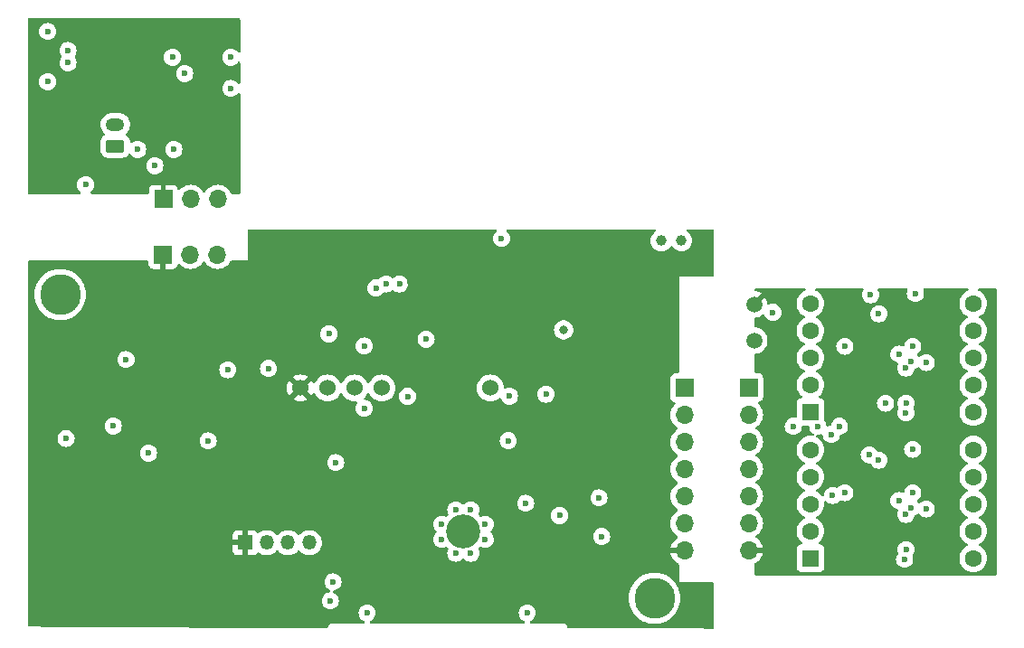
<source format=gbr>
%TF.GenerationSoftware,KiCad,Pcbnew,7.0.1*%
%TF.CreationDate,2023-04-28T21:22:04+03:00*%
%TF.ProjectId,leanometer_esp32,6c65616e-6f6d-4657-9465-725f65737033,R1*%
%TF.SameCoordinates,Original*%
%TF.FileFunction,Copper,L3,Inr*%
%TF.FilePolarity,Positive*%
%FSLAX46Y46*%
G04 Gerber Fmt 4.6, Leading zero omitted, Abs format (unit mm)*
G04 Created by KiCad (PCBNEW 7.0.1) date 2023-04-28 21:22:04*
%MOMM*%
%LPD*%
G01*
G04 APERTURE LIST*
G04 Aperture macros list*
%AMRoundRect*
0 Rectangle with rounded corners*
0 $1 Rounding radius*
0 $2 $3 $4 $5 $6 $7 $8 $9 X,Y pos of 4 corners*
0 Add a 4 corners polygon primitive as box body*
4,1,4,$2,$3,$4,$5,$6,$7,$8,$9,$2,$3,0*
0 Add four circle primitives for the rounded corners*
1,1,$1+$1,$2,$3*
1,1,$1+$1,$4,$5*
1,1,$1+$1,$6,$7*
1,1,$1+$1,$8,$9*
0 Add four rect primitives between the rounded corners*
20,1,$1+$1,$2,$3,$4,$5,0*
20,1,$1+$1,$4,$5,$6,$7,0*
20,1,$1+$1,$6,$7,$8,$9,0*
20,1,$1+$1,$8,$9,$2,$3,0*%
G04 Aperture macros list end*
%TA.AperFunction,ComponentPad*%
%ADD10C,1.524000*%
%TD*%
%TA.AperFunction,ComponentPad*%
%ADD11R,1.700000X1.700000*%
%TD*%
%TA.AperFunction,ComponentPad*%
%ADD12O,1.700000X1.700000*%
%TD*%
%TA.AperFunction,HeatsinkPad*%
%ADD13C,0.600000*%
%TD*%
%TA.AperFunction,HeatsinkPad*%
%ADD14C,3.200000*%
%TD*%
%TA.AperFunction,ComponentPad*%
%ADD15C,3.800000*%
%TD*%
%TA.AperFunction,ComponentPad*%
%ADD16R,1.350000X1.350000*%
%TD*%
%TA.AperFunction,ComponentPad*%
%ADD17O,1.350000X1.350000*%
%TD*%
%TA.AperFunction,ComponentPad*%
%ADD18C,1.000000*%
%TD*%
%TA.AperFunction,ComponentPad*%
%ADD19R,1.600000X1.600000*%
%TD*%
%TA.AperFunction,ComponentPad*%
%ADD20C,1.600000*%
%TD*%
%TA.AperFunction,ComponentPad*%
%ADD21C,1.500000*%
%TD*%
%TA.AperFunction,ComponentPad*%
%ADD22RoundRect,0.250000X0.625000X-0.350000X0.625000X0.350000X-0.625000X0.350000X-0.625000X-0.350000X0*%
%TD*%
%TA.AperFunction,ComponentPad*%
%ADD23O,1.750000X1.200000*%
%TD*%
%TA.AperFunction,ViaPad*%
%ADD24C,0.600000*%
%TD*%
%TA.AperFunction,ViaPad*%
%ADD25C,0.800000*%
%TD*%
G04 APERTURE END LIST*
D10*
%TO.N,+3V3*%
%TO.C,U8*%
X126873000Y-96520000D03*
%TO.N,GND*%
X129413000Y-96520000D03*
%TO.N,/MainBoard/I2C_SCL*%
X131953000Y-96520000D03*
%TO.N,/MainBoard/I2C_SDA*%
X134493000Y-96520000D03*
%TO.N,/MainBoard/IMU_INT*%
X144653000Y-96520000D03*
%TD*%
D11*
%TO.N,+3V3*%
%TO.C,J5*%
X114024000Y-84005000D03*
D12*
%TO.N,GND*%
X116564000Y-84005000D03*
%TO.N,/MainBoard/ADC_VBAT*%
X119104000Y-84005000D03*
%TD*%
D11*
%TO.N,/DisplayBoard/ADC_LDR*%
%TO.C,J1*%
X162846000Y-96490000D03*
D12*
%TO.N,/DisplayBoard/DISP_BRIGHT*%
X162846000Y-99030000D03*
%TO.N,/DisplayBoard/DISP_LATCH*%
X162846000Y-101570000D03*
%TO.N,/DisplayBoard/DISP_CLOCK*%
X162846000Y-104110000D03*
%TO.N,/DisplayBoard/DISP_DATA*%
X162846000Y-106650000D03*
%TO.N,GND*%
X162846000Y-109190000D03*
%TO.N,+3V3*%
X162846000Y-111730000D03*
%TD*%
D13*
%TO.N,GND*%
%TO.C,U2*%
X144172000Y-110679000D03*
X144172000Y-109279000D03*
X142816000Y-111989000D03*
X142816000Y-107925000D03*
D14*
X142141000Y-109979000D03*
D13*
X141416000Y-111989000D03*
X141416000Y-107925000D03*
X140108000Y-110679000D03*
X140108000Y-109279000D03*
%TD*%
D11*
%TO.N,+3V3*%
%TO.C,J7*%
X114039000Y-78830000D03*
D12*
%TO.N,GND*%
X116579000Y-78830000D03*
%TO.N,/MainBoard/ADC_VBAT*%
X119119000Y-78830000D03*
%TD*%
D15*
%TO.N,GND*%
%TO.C,H1*%
X104394000Y-87757000D03*
%TD*%
D11*
%TO.N,/DisplayBoard/ADC_LDR*%
%TO.C,J6*%
X168823500Y-96455000D03*
D12*
%TO.N,/DisplayBoard/DISP_BRIGHT*%
X168823500Y-98995000D03*
%TO.N,/DisplayBoard/DISP_LATCH*%
X168823500Y-101535000D03*
%TO.N,/DisplayBoard/DISP_CLOCK*%
X168823500Y-104075000D03*
%TO.N,/DisplayBoard/DISP_DATA*%
X168823500Y-106615000D03*
%TO.N,GND*%
X168823500Y-109155000D03*
%TO.N,+3V3*%
X168823500Y-111695000D03*
%TD*%
D16*
%TO.N,+3V3*%
%TO.C,J2*%
X121714000Y-110998000D03*
D17*
%TO.N,GND*%
X123714000Y-110998000D03*
%TO.N,/MainBoard/TX*%
X125714000Y-110998000D03*
%TO.N,/MainBoard/RX*%
X127714000Y-110998000D03*
%TD*%
D18*
%TO.N,Net-(U9-OSCO)*%
%TO.C,Y1*%
X160650000Y-82700000D03*
%TO.N,Net-(U9-OSCI)*%
X162550000Y-82700000D03*
%TD*%
D15*
%TO.N,GND*%
%TO.C,H2*%
X160020000Y-116205000D03*
%TD*%
D19*
%TO.N,Net-(U6-E)*%
%TO.C,U6*%
X174612000Y-112462000D03*
D20*
%TO.N,Net-(U6-D)*%
X174612000Y-109922000D03*
%TO.N,/DisplayBoard/LED_CATH*%
X174612000Y-107382000D03*
%TO.N,Net-(U6-C)*%
X174612000Y-104842000D03*
%TO.N,Net-(U6-DP)*%
X174612000Y-102302000D03*
%TO.N,Net-(U6-B)*%
X189852000Y-102302000D03*
%TO.N,Net-(U6-A)*%
X189852000Y-104842000D03*
%TO.N,/DisplayBoard/LED_CATH*%
X189852000Y-107382000D03*
%TO.N,Net-(U6-F)*%
X189852000Y-109922000D03*
%TO.N,Net-(U6-G)*%
X189852000Y-112462000D03*
%TD*%
D19*
%TO.N,Net-(U7-E)*%
%TO.C,U7*%
X174612000Y-98758000D03*
D20*
%TO.N,Net-(U7-D)*%
X174612000Y-96218000D03*
%TO.N,/DisplayBoard/LED_CATH*%
X174612000Y-93678000D03*
%TO.N,Net-(U7-C)*%
X174612000Y-91138000D03*
%TO.N,Net-(U7-DP)*%
X174612000Y-88598000D03*
%TO.N,Net-(U7-B)*%
X189852000Y-88598000D03*
%TO.N,Net-(U7-A)*%
X189852000Y-91138000D03*
%TO.N,/DisplayBoard/LED_CATH*%
X189852000Y-93678000D03*
%TO.N,Net-(U7-F)*%
X189852000Y-96218000D03*
%TO.N,Net-(U7-G)*%
X189852000Y-98758000D03*
%TD*%
D21*
%TO.N,+3V3*%
%TO.C,R15*%
X169331500Y-88664000D03*
%TO.N,/DisplayBoard/ADC_LDR*%
X169331500Y-92064000D03*
%TD*%
D22*
%TO.N,GND*%
%TO.C,J3*%
X109541800Y-73846000D03*
D23*
%TO.N,+BATT*%
X109541800Y-71846000D03*
%TD*%
D24*
%TO.N,GND*%
X109347000Y-100076000D03*
X171101000Y-89434000D03*
X120078500Y-94805500D03*
X120361000Y-68453000D03*
X129540000Y-91440000D03*
X133118000Y-117592000D03*
X177832000Y-106325000D03*
X113249000Y-75692000D03*
X116043000Y-67056000D03*
X106772000Y-77470000D03*
X177832000Y-92609000D03*
X146326000Y-101463000D03*
X136142700Y-86761000D03*
D25*
X151511000Y-91059000D03*
D24*
X111633000Y-74168000D03*
X148104000Y-117592000D03*
X132842000Y-92583000D03*
X110546000Y-93844000D03*
X138639000Y-91948000D03*
X103216000Y-67818000D03*
X105121000Y-64897000D03*
X183420000Y-112548000D03*
X105121000Y-66040000D03*
X114900000Y-65532000D03*
X183547000Y-98832000D03*
X134883300Y-86761000D03*
X120361000Y-65532000D03*
X154813000Y-106807000D03*
X115027000Y-74168000D03*
X103216000Y-63119000D03*
%TO.N,/MainBoard/ADC_VBAT*%
X147955000Y-107315000D03*
%TO.N,/MainBoard/EN*%
X155067000Y-110435000D03*
%TO.N,+3V3*%
X179102000Y-108357000D03*
X119599000Y-74422000D03*
X179102000Y-94641000D03*
X117983000Y-95123000D03*
X120205500Y-92138500D03*
X186722000Y-94514000D03*
X118075000Y-71830000D03*
X157480000Y-106744000D03*
X111545000Y-98806000D03*
X157700000Y-94200000D03*
X186722000Y-108230000D03*
X151200000Y-99900000D03*
X119599000Y-69215000D03*
X104267000Y-99441000D03*
X105156000Y-95123000D03*
X114900000Y-71120000D03*
X114900000Y-72517000D03*
X137115000Y-86507000D03*
X132035000Y-88920000D03*
D25*
X153797000Y-116078000D03*
D24*
%TO.N,/MainBoard/SD_DET_B*%
X104938618Y-101232000D03*
X118237000Y-101473000D03*
%TO.N,/DisplayBoard/ADC_LDR*%
X151130000Y-108458000D03*
%TO.N,/DisplayBoard/DISP_DATA*%
X183550200Y-111659000D03*
%TO.N,/DisplayBoard/DISP_LATCH*%
X176689000Y-106579000D03*
%TO.N,/DisplayBoard/DISP_BRIGHT*%
X176562000Y-100864000D03*
%TO.N,/MainBoard/SD_MOSI*%
X112649000Y-102616000D03*
X129667000Y-116459000D03*
%TO.N,/MainBoard/I2C_SCL*%
X136900000Y-97300000D03*
X129921000Y-114681000D03*
%TO.N,/DisplayBoard/LED_CATH*%
X173006000Y-100102000D03*
X177324000Y-100102000D03*
X175292000Y-100102000D03*
%TO.N,/MainBoard/IO0*%
X123888500Y-94678500D03*
%TO.N,/MainBoard/BUT*%
X149860000Y-97096700D03*
X146431000Y-97282000D03*
X130175000Y-103505000D03*
%TO.N,/MainBoard/IMU_INT*%
X132842000Y-98425000D03*
X133940000Y-87142000D03*
%TO.N,/DisplayBoard/SH_REG_OUT_1*%
X183550200Y-97943000D03*
X181642000Y-97943000D03*
%TO.N,Net-(U5-QA)*%
X185452000Y-94133000D03*
%TO.N,Net-(U5-QB)*%
X184436000Y-87656000D03*
%TO.N,Net-(U5-QC)*%
X181007000Y-89561000D03*
%TO.N,Net-(U5-QD)*%
X184182000Y-92609000D03*
%TO.N,Net-(U5-QE)*%
X182888416Y-93342116D03*
%TO.N,Net-(U5-QF)*%
X184055000Y-94006000D03*
%TO.N,Net-(U5-QG)*%
X183547000Y-94641000D03*
%TO.N,Net-(U5-QH)*%
X180245000Y-87783000D03*
%TO.N,Net-(U4-QH)*%
X180118000Y-102769000D03*
%TO.N,Net-(U4-QG)*%
X183547000Y-108357000D03*
%TO.N,Net-(U4-QF)*%
X184055000Y-107722000D03*
%TO.N,Net-(U4-QE)*%
X182880766Y-107055766D03*
%TO.N,Net-(U4-QD)*%
X184182000Y-106325000D03*
%TO.N,Net-(U4-QC)*%
X181007000Y-103277000D03*
%TO.N,Net-(U4-QB)*%
X184182000Y-102261000D03*
%TO.N,Net-(U4-QA)*%
X185452000Y-107849000D03*
%TO.N,Net-(BT1-+)*%
X145700000Y-82500000D03*
%TD*%
%TA.AperFunction,Conductor*%
%TO.N,+3V3*%
G36*
X121176500Y-61897113D02*
G01*
X121221887Y-61942500D01*
X121238500Y-62004500D01*
X121238500Y-64993511D01*
X121222348Y-65054706D01*
X121178099Y-65099959D01*
X121117282Y-65117480D01*
X121055740Y-65102705D01*
X121009506Y-65059482D01*
X120990816Y-65029737D01*
X120863264Y-64902185D01*
X120800867Y-64862979D01*
X120710522Y-64806211D01*
X120540255Y-64746632D01*
X120540253Y-64746631D01*
X120540251Y-64746631D01*
X120361000Y-64726434D01*
X120181748Y-64746631D01*
X120181745Y-64746631D01*
X120181745Y-64746632D01*
X120011478Y-64806211D01*
X120011476Y-64806211D01*
X120011476Y-64806212D01*
X119858735Y-64902185D01*
X119731185Y-65029735D01*
X119635212Y-65182476D01*
X119575631Y-65352748D01*
X119555434Y-65531999D01*
X119575631Y-65711251D01*
X119575631Y-65711253D01*
X119575632Y-65711255D01*
X119635211Y-65881522D01*
X119635212Y-65881523D01*
X119731185Y-66034264D01*
X119858735Y-66161814D01*
X119858737Y-66161815D01*
X119858738Y-66161816D01*
X120011478Y-66257789D01*
X120181745Y-66317368D01*
X120361000Y-66337565D01*
X120540255Y-66317368D01*
X120710522Y-66257789D01*
X120863262Y-66161816D01*
X120990816Y-66034262D01*
X120990816Y-66034261D01*
X121009506Y-66004518D01*
X121055740Y-65961295D01*
X121117282Y-65946520D01*
X121178099Y-65964041D01*
X121222348Y-66009294D01*
X121238500Y-66070489D01*
X121238500Y-67914511D01*
X121222348Y-67975706D01*
X121178099Y-68020959D01*
X121117282Y-68038480D01*
X121055740Y-68023705D01*
X121009506Y-67980482D01*
X120990816Y-67950737D01*
X120863264Y-67823185D01*
X120797379Y-67781787D01*
X120710522Y-67727211D01*
X120540255Y-67667632D01*
X120540253Y-67667631D01*
X120540251Y-67667631D01*
X120361000Y-67647434D01*
X120181748Y-67667631D01*
X120181745Y-67667631D01*
X120181745Y-67667632D01*
X120011478Y-67727211D01*
X120011476Y-67727211D01*
X120011476Y-67727212D01*
X119858735Y-67823185D01*
X119731185Y-67950735D01*
X119635212Y-68103476D01*
X119575631Y-68273748D01*
X119555434Y-68452999D01*
X119575631Y-68632251D01*
X119575631Y-68632253D01*
X119575632Y-68632255D01*
X119635211Y-68802522D01*
X119635212Y-68802523D01*
X119731185Y-68955264D01*
X119858735Y-69082814D01*
X119858737Y-69082815D01*
X119858738Y-69082816D01*
X120011478Y-69178789D01*
X120181745Y-69238368D01*
X120361000Y-69258565D01*
X120540255Y-69238368D01*
X120710522Y-69178789D01*
X120863262Y-69082816D01*
X120990816Y-68955262D01*
X120990816Y-68955261D01*
X121009506Y-68925518D01*
X121055740Y-68882295D01*
X121117282Y-68867520D01*
X121178099Y-68885041D01*
X121222348Y-68930294D01*
X121238500Y-68991489D01*
X121238500Y-78206000D01*
X121221887Y-78268000D01*
X121176500Y-78313387D01*
X121114500Y-78330000D01*
X120454955Y-78330000D01*
X120388330Y-78310581D01*
X120342573Y-78258405D01*
X120313956Y-78197036D01*
X120293035Y-78152171D01*
X120157495Y-77958599D01*
X119990401Y-77791505D01*
X119796830Y-77655965D01*
X119582663Y-77556097D01*
X119510074Y-77536647D01*
X119354407Y-77494936D01*
X119118999Y-77474340D01*
X118883592Y-77494936D01*
X118655336Y-77556097D01*
X118441170Y-77655965D01*
X118247598Y-77791505D01*
X118080505Y-77958598D01*
X117950575Y-78144159D01*
X117906257Y-78183025D01*
X117849000Y-78197036D01*
X117791743Y-78183025D01*
X117747425Y-78144159D01*
X117617494Y-77958598D01*
X117450404Y-77791508D01*
X117450401Y-77791505D01*
X117256830Y-77655965D01*
X117042663Y-77556097D01*
X116970074Y-77536647D01*
X116814407Y-77494936D01*
X116578999Y-77474340D01*
X116343592Y-77494936D01*
X116115336Y-77556097D01*
X115901170Y-77655965D01*
X115707601Y-77791503D01*
X115585285Y-77913819D01*
X115532539Y-77945114D01*
X115471246Y-77947303D01*
X115416401Y-77919850D01*
X115381422Y-77869471D01*
X115332352Y-77737911D01*
X115246188Y-77622811D01*
X115131089Y-77536647D01*
X114996375Y-77486402D01*
X114936824Y-77480000D01*
X114289000Y-77480000D01*
X114289000Y-78330000D01*
X113789000Y-78330000D01*
X113789000Y-77480000D01*
X113141176Y-77480000D01*
X113081624Y-77486402D01*
X112946910Y-77536647D01*
X112831811Y-77622811D01*
X112745647Y-77737910D01*
X112695402Y-77872624D01*
X112689000Y-77932176D01*
X112689000Y-78206000D01*
X112672387Y-78268000D01*
X112627000Y-78313387D01*
X112565000Y-78330000D01*
X107338341Y-78330000D01*
X107277146Y-78313848D01*
X107231894Y-78269600D01*
X107214372Y-78208783D01*
X107229146Y-78147242D01*
X107272368Y-78101007D01*
X107274262Y-78099816D01*
X107401814Y-77972264D01*
X107401814Y-77972263D01*
X107401816Y-77972262D01*
X107497789Y-77819522D01*
X107557368Y-77649255D01*
X107577565Y-77470000D01*
X107557368Y-77290745D01*
X107497789Y-77120478D01*
X107401816Y-76967738D01*
X107401815Y-76967737D01*
X107401814Y-76967735D01*
X107274264Y-76840185D01*
X107211867Y-76800978D01*
X107121522Y-76744211D01*
X106951255Y-76684632D01*
X106951253Y-76684631D01*
X106951251Y-76684631D01*
X106772000Y-76664434D01*
X106592748Y-76684631D01*
X106592745Y-76684631D01*
X106592745Y-76684632D01*
X106422478Y-76744211D01*
X106422476Y-76744211D01*
X106422476Y-76744212D01*
X106269735Y-76840185D01*
X106142185Y-76967735D01*
X106046212Y-77120476D01*
X105986631Y-77290748D01*
X105966434Y-77469999D01*
X105986631Y-77649251D01*
X105986631Y-77649253D01*
X105986632Y-77649255D01*
X106046211Y-77819522D01*
X106046212Y-77819523D01*
X106142185Y-77972264D01*
X106269737Y-78099816D01*
X106271632Y-78101007D01*
X106314854Y-78147242D01*
X106329628Y-78208783D01*
X106312106Y-78269600D01*
X106266854Y-78313848D01*
X106205659Y-78330000D01*
X101463500Y-78330000D01*
X101401500Y-78313387D01*
X101356113Y-78268000D01*
X101339500Y-78206000D01*
X101339500Y-75692000D01*
X112443434Y-75692000D01*
X112463631Y-75871251D01*
X112463631Y-75871253D01*
X112463632Y-75871255D01*
X112523211Y-76041522D01*
X112523212Y-76041523D01*
X112619185Y-76194264D01*
X112746735Y-76321814D01*
X112746737Y-76321815D01*
X112746738Y-76321816D01*
X112899478Y-76417789D01*
X113069745Y-76477368D01*
X113249000Y-76497565D01*
X113428255Y-76477368D01*
X113598522Y-76417789D01*
X113751262Y-76321816D01*
X113878816Y-76194262D01*
X113974789Y-76041522D01*
X114034368Y-75871255D01*
X114054565Y-75692000D01*
X114034368Y-75512745D01*
X113974789Y-75342478D01*
X113878816Y-75189738D01*
X113878815Y-75189737D01*
X113878814Y-75189735D01*
X113751264Y-75062185D01*
X113688867Y-75022979D01*
X113598522Y-74966211D01*
X113428255Y-74906632D01*
X113428253Y-74906631D01*
X113428251Y-74906631D01*
X113249000Y-74886434D01*
X113069748Y-74906631D01*
X113069745Y-74906631D01*
X113069745Y-74906632D01*
X112899478Y-74966211D01*
X112899476Y-74966211D01*
X112899476Y-74966212D01*
X112746735Y-75062185D01*
X112619185Y-75189735D01*
X112523212Y-75342476D01*
X112463631Y-75512748D01*
X112443434Y-75692000D01*
X101339500Y-75692000D01*
X101339500Y-71793396D01*
X108162546Y-71793396D01*
X108172546Y-72003330D01*
X108222097Y-72207580D01*
X108309402Y-72398752D01*
X108419646Y-72553566D01*
X108431314Y-72569952D01*
X108511168Y-72646092D01*
X108533882Y-72667750D01*
X108564693Y-72714698D01*
X108571636Y-72770422D01*
X108553287Y-72823495D01*
X108513409Y-72863031D01*
X108448143Y-72903287D01*
X108324088Y-73027342D01*
X108231986Y-73176665D01*
X108176800Y-73343202D01*
X108166300Y-73445990D01*
X108166300Y-74246008D01*
X108176800Y-74348796D01*
X108231986Y-74515334D01*
X108324088Y-74664657D01*
X108448142Y-74788711D01*
X108462904Y-74797816D01*
X108597466Y-74880814D01*
X108708816Y-74917712D01*
X108764002Y-74935999D01*
X108774502Y-74937071D01*
X108866791Y-74946500D01*
X110216808Y-74946499D01*
X110319597Y-74935999D01*
X110486134Y-74880814D01*
X110635456Y-74788712D01*
X110759512Y-74664656D01*
X110773909Y-74641313D01*
X110818790Y-74598257D01*
X110878932Y-74582409D01*
X110939204Y-74597756D01*
X110984443Y-74640436D01*
X111003185Y-74670264D01*
X111130735Y-74797814D01*
X111130737Y-74797815D01*
X111130738Y-74797816D01*
X111283478Y-74893789D01*
X111453745Y-74953368D01*
X111633000Y-74973565D01*
X111812255Y-74953368D01*
X111982522Y-74893789D01*
X112135262Y-74797816D01*
X112262816Y-74670262D01*
X112358789Y-74517522D01*
X112418368Y-74347255D01*
X112438565Y-74168000D01*
X114221434Y-74168000D01*
X114241631Y-74347251D01*
X114241631Y-74347253D01*
X114241632Y-74347255D01*
X114301211Y-74517522D01*
X114301212Y-74517523D01*
X114397185Y-74670264D01*
X114524735Y-74797814D01*
X114524737Y-74797815D01*
X114524738Y-74797816D01*
X114677478Y-74893789D01*
X114847745Y-74953368D01*
X115027000Y-74973565D01*
X115206255Y-74953368D01*
X115376522Y-74893789D01*
X115529262Y-74797816D01*
X115656816Y-74670262D01*
X115752789Y-74517522D01*
X115812368Y-74347255D01*
X115832565Y-74168000D01*
X115812368Y-73988745D01*
X115752789Y-73818478D01*
X115656816Y-73665738D01*
X115656815Y-73665737D01*
X115656814Y-73665735D01*
X115529264Y-73538185D01*
X115466867Y-73498978D01*
X115376522Y-73442211D01*
X115206255Y-73382632D01*
X115206253Y-73382631D01*
X115206251Y-73382631D01*
X115027000Y-73362434D01*
X114847748Y-73382631D01*
X114847745Y-73382631D01*
X114847745Y-73382632D01*
X114677478Y-73442211D01*
X114677476Y-73442211D01*
X114677476Y-73442212D01*
X114524735Y-73538185D01*
X114397185Y-73665735D01*
X114301212Y-73818476D01*
X114241631Y-73988748D01*
X114221434Y-74168000D01*
X112438565Y-74168000D01*
X112418368Y-73988745D01*
X112358789Y-73818478D01*
X112262816Y-73665738D01*
X112262815Y-73665737D01*
X112262814Y-73665735D01*
X112135264Y-73538185D01*
X112072867Y-73498978D01*
X111982522Y-73442211D01*
X111812255Y-73382632D01*
X111812253Y-73382631D01*
X111812251Y-73382631D01*
X111633000Y-73362434D01*
X111453748Y-73382631D01*
X111453745Y-73382631D01*
X111453745Y-73382632D01*
X111283478Y-73442211D01*
X111283476Y-73442211D01*
X111283476Y-73442212D01*
X111130735Y-73538185D01*
X111128980Y-73539941D01*
X111079617Y-73570191D01*
X111021901Y-73574733D01*
X110968414Y-73552578D01*
X110930814Y-73508555D01*
X110917299Y-73452260D01*
X110917299Y-73445991D01*
X110906799Y-73343203D01*
X110906798Y-73343202D01*
X110851614Y-73176666D01*
X110759512Y-73027344D01*
X110759511Y-73027342D01*
X110635458Y-72903289D01*
X110572060Y-72864185D01*
X110530641Y-72822131D01*
X110513357Y-72765692D01*
X110524126Y-72707657D01*
X110560505Y-72661176D01*
X110579686Y-72646092D01*
X110717319Y-72487256D01*
X110822404Y-72305244D01*
X110891144Y-72106633D01*
X110921054Y-71898602D01*
X110911054Y-71688670D01*
X110861504Y-71484424D01*
X110861502Y-71484419D01*
X110774197Y-71293247D01*
X110652287Y-71122050D01*
X110652286Y-71122048D01*
X110500178Y-70977014D01*
X110468057Y-70956371D01*
X110323374Y-70863387D01*
X110167409Y-70800949D01*
X110128257Y-70785275D01*
X110128256Y-70785274D01*
X110128254Y-70785274D01*
X109921886Y-70745500D01*
X109921885Y-70745500D01*
X109214375Y-70745500D01*
X109116379Y-70754857D01*
X109057579Y-70760472D01*
X108855926Y-70819683D01*
X108669115Y-70915990D01*
X108503915Y-71045906D01*
X108366279Y-71204745D01*
X108261196Y-71386754D01*
X108192455Y-71585366D01*
X108162546Y-71793396D01*
X101339500Y-71793396D01*
X101339500Y-67817999D01*
X102410434Y-67817999D01*
X102430631Y-67997251D01*
X102430631Y-67997253D01*
X102430632Y-67997255D01*
X102490211Y-68167522D01*
X102490212Y-68167523D01*
X102586185Y-68320264D01*
X102713735Y-68447814D01*
X102713737Y-68447815D01*
X102713738Y-68447816D01*
X102866478Y-68543789D01*
X103036745Y-68603368D01*
X103216000Y-68623565D01*
X103395255Y-68603368D01*
X103565522Y-68543789D01*
X103718262Y-68447816D01*
X103845816Y-68320262D01*
X103941789Y-68167522D01*
X104001368Y-67997255D01*
X104021565Y-67818000D01*
X104001368Y-67638745D01*
X103941789Y-67468478D01*
X103845816Y-67315738D01*
X103845815Y-67315737D01*
X103845814Y-67315735D01*
X103718264Y-67188185D01*
X103655867Y-67148979D01*
X103565522Y-67092211D01*
X103462034Y-67055999D01*
X115237434Y-67055999D01*
X115257631Y-67235251D01*
X115257631Y-67235253D01*
X115257632Y-67235255D01*
X115317211Y-67405522D01*
X115317212Y-67405523D01*
X115413185Y-67558264D01*
X115540735Y-67685814D01*
X115540737Y-67685815D01*
X115540738Y-67685816D01*
X115693478Y-67781789D01*
X115863745Y-67841368D01*
X116043000Y-67861565D01*
X116222255Y-67841368D01*
X116392522Y-67781789D01*
X116545262Y-67685816D01*
X116672816Y-67558262D01*
X116768789Y-67405522D01*
X116828368Y-67235255D01*
X116848565Y-67056000D01*
X116828368Y-66876745D01*
X116768789Y-66706478D01*
X116672816Y-66553738D01*
X116672815Y-66553737D01*
X116672814Y-66553735D01*
X116545264Y-66426185D01*
X116482867Y-66386978D01*
X116392522Y-66330211D01*
X116222255Y-66270632D01*
X116222253Y-66270631D01*
X116222251Y-66270631D01*
X116043000Y-66250434D01*
X115863748Y-66270631D01*
X115863745Y-66270631D01*
X115863745Y-66270632D01*
X115693478Y-66330211D01*
X115693476Y-66330211D01*
X115693476Y-66330212D01*
X115540735Y-66426185D01*
X115413185Y-66553735D01*
X115317212Y-66706476D01*
X115257631Y-66876748D01*
X115237434Y-67055999D01*
X103462034Y-67055999D01*
X103395255Y-67032632D01*
X103395253Y-67032631D01*
X103395251Y-67032631D01*
X103216000Y-67012434D01*
X103036748Y-67032631D01*
X103036745Y-67032631D01*
X103036745Y-67032632D01*
X102866478Y-67092211D01*
X102866476Y-67092211D01*
X102866476Y-67092212D01*
X102713735Y-67188185D01*
X102586185Y-67315735D01*
X102490212Y-67468476D01*
X102430631Y-67638748D01*
X102410434Y-67817999D01*
X101339500Y-67817999D01*
X101339500Y-66040000D01*
X104315434Y-66040000D01*
X104335631Y-66219251D01*
X104335631Y-66219253D01*
X104335632Y-66219255D01*
X104395211Y-66389522D01*
X104418248Y-66426185D01*
X104491185Y-66542264D01*
X104618735Y-66669814D01*
X104618737Y-66669815D01*
X104618738Y-66669816D01*
X104771478Y-66765789D01*
X104941745Y-66825368D01*
X105121000Y-66845565D01*
X105300255Y-66825368D01*
X105470522Y-66765789D01*
X105623262Y-66669816D01*
X105750816Y-66542262D01*
X105846789Y-66389522D01*
X105906368Y-66219255D01*
X105926565Y-66040000D01*
X105906368Y-65860745D01*
X105846789Y-65690478D01*
X105799398Y-65615056D01*
X105748764Y-65534471D01*
X105748052Y-65531999D01*
X114094434Y-65531999D01*
X114114631Y-65711251D01*
X114114631Y-65711253D01*
X114114632Y-65711255D01*
X114174211Y-65881522D01*
X114174212Y-65881523D01*
X114270185Y-66034264D01*
X114397735Y-66161814D01*
X114397737Y-66161815D01*
X114397738Y-66161816D01*
X114550478Y-66257789D01*
X114720745Y-66317368D01*
X114900000Y-66337565D01*
X115079255Y-66317368D01*
X115249522Y-66257789D01*
X115402262Y-66161816D01*
X115529816Y-66034262D01*
X115625789Y-65881522D01*
X115685368Y-65711255D01*
X115705565Y-65532000D01*
X115685368Y-65352745D01*
X115625789Y-65182478D01*
X115529816Y-65029738D01*
X115529815Y-65029737D01*
X115529814Y-65029735D01*
X115402264Y-64902185D01*
X115339867Y-64862979D01*
X115249522Y-64806211D01*
X115079255Y-64746632D01*
X115079253Y-64746631D01*
X115079251Y-64746631D01*
X114900000Y-64726434D01*
X114720748Y-64746631D01*
X114720745Y-64746631D01*
X114720745Y-64746632D01*
X114550478Y-64806211D01*
X114550476Y-64806211D01*
X114550476Y-64806212D01*
X114397735Y-64902185D01*
X114270185Y-65029735D01*
X114174212Y-65182476D01*
X114114631Y-65352748D01*
X114094434Y-65531999D01*
X105748052Y-65531999D01*
X105729758Y-65468499D01*
X105748764Y-65402527D01*
X105750816Y-65399262D01*
X105846789Y-65246522D01*
X105906368Y-65076255D01*
X105926565Y-64897000D01*
X105906368Y-64717745D01*
X105846789Y-64547478D01*
X105750816Y-64394738D01*
X105750815Y-64394737D01*
X105750814Y-64394735D01*
X105623264Y-64267185D01*
X105560867Y-64227978D01*
X105470522Y-64171211D01*
X105300255Y-64111632D01*
X105300253Y-64111631D01*
X105300251Y-64111631D01*
X105121000Y-64091434D01*
X104941748Y-64111631D01*
X104941745Y-64111631D01*
X104941745Y-64111632D01*
X104771478Y-64171211D01*
X104771476Y-64171211D01*
X104771476Y-64171212D01*
X104618735Y-64267185D01*
X104491185Y-64394735D01*
X104395212Y-64547476D01*
X104335631Y-64717748D01*
X104315434Y-64897000D01*
X104335631Y-65076251D01*
X104335631Y-65076253D01*
X104335632Y-65076255D01*
X104395211Y-65246522D01*
X104395212Y-65246523D01*
X104395213Y-65246525D01*
X104493235Y-65402529D01*
X104512241Y-65468500D01*
X104493235Y-65534471D01*
X104395213Y-65690474D01*
X104395212Y-65690475D01*
X104395211Y-65690478D01*
X104387941Y-65711255D01*
X104335631Y-65860748D01*
X104315434Y-66040000D01*
X101339500Y-66040000D01*
X101339500Y-63118999D01*
X102410434Y-63118999D01*
X102430631Y-63298251D01*
X102430631Y-63298253D01*
X102430632Y-63298255D01*
X102490211Y-63468522D01*
X102490212Y-63468523D01*
X102586185Y-63621264D01*
X102713735Y-63748814D01*
X102713737Y-63748815D01*
X102713738Y-63748816D01*
X102866478Y-63844789D01*
X103036745Y-63904368D01*
X103216000Y-63924565D01*
X103395255Y-63904368D01*
X103565522Y-63844789D01*
X103718262Y-63748816D01*
X103845816Y-63621262D01*
X103941789Y-63468522D01*
X104001368Y-63298255D01*
X104021565Y-63119000D01*
X104001368Y-62939745D01*
X103941789Y-62769478D01*
X103845816Y-62616738D01*
X103845815Y-62616737D01*
X103845814Y-62616735D01*
X103718264Y-62489185D01*
X103655867Y-62449978D01*
X103565522Y-62393211D01*
X103395255Y-62333632D01*
X103395253Y-62333631D01*
X103395251Y-62333631D01*
X103216000Y-62313434D01*
X103036748Y-62333631D01*
X103036745Y-62333631D01*
X103036745Y-62333632D01*
X102866478Y-62393211D01*
X102866476Y-62393211D01*
X102866476Y-62393212D01*
X102713735Y-62489185D01*
X102586185Y-62616735D01*
X102490212Y-62769476D01*
X102430631Y-62939748D01*
X102410434Y-63118999D01*
X101339500Y-63118999D01*
X101339500Y-62004500D01*
X101356113Y-61942500D01*
X101401500Y-61897113D01*
X101463500Y-61880500D01*
X121114500Y-61880500D01*
X121176500Y-61897113D01*
G37*
%TD.AperFunction*%
%TD*%
%TA.AperFunction,Conductor*%
%TO.N,+3V3*%
G36*
X145209974Y-81646652D02*
G01*
X145255227Y-81690901D01*
X145272748Y-81751718D01*
X145257973Y-81813260D01*
X145214750Y-81859494D01*
X145197737Y-81870183D01*
X145070185Y-81997735D01*
X144974313Y-82150315D01*
X144974211Y-82150478D01*
X144916547Y-82315273D01*
X144914631Y-82320748D01*
X144894434Y-82499999D01*
X144914631Y-82679251D01*
X144914631Y-82679253D01*
X144914632Y-82679255D01*
X144974211Y-82849522D01*
X144974212Y-82849523D01*
X145070185Y-83002264D01*
X145197735Y-83129814D01*
X145197737Y-83129815D01*
X145197738Y-83129816D01*
X145350478Y-83225789D01*
X145520745Y-83285368D01*
X145700000Y-83305565D01*
X145879255Y-83285368D01*
X146049522Y-83225789D01*
X146202262Y-83129816D01*
X146329816Y-83002262D01*
X146425789Y-82849522D01*
X146485368Y-82679255D01*
X146505565Y-82500000D01*
X146485368Y-82320745D01*
X146425789Y-82150478D01*
X146329816Y-81997738D01*
X146329815Y-81997737D01*
X146329814Y-81997735D01*
X146202262Y-81870183D01*
X146185250Y-81859494D01*
X146142027Y-81813260D01*
X146127252Y-81751718D01*
X146144773Y-81690901D01*
X146190026Y-81646652D01*
X146251221Y-81630500D01*
X160033443Y-81630500D01*
X160096145Y-81647521D01*
X160141633Y-81693912D01*
X160157419Y-81756936D01*
X160139170Y-81819291D01*
X160100451Y-81855792D01*
X160100903Y-81856342D01*
X160092913Y-81862899D01*
X160091896Y-81863857D01*
X160091518Y-81864059D01*
X160091460Y-81864091D01*
X159939117Y-81989117D01*
X159814089Y-82141463D01*
X159721185Y-82315273D01*
X159663976Y-82503866D01*
X159644659Y-82699999D01*
X159663976Y-82896133D01*
X159721185Y-83084726D01*
X159774322Y-83184138D01*
X159814090Y-83258538D01*
X159939117Y-83410883D01*
X160091462Y-83535910D01*
X160265273Y-83628814D01*
X160453868Y-83686024D01*
X160650000Y-83705341D01*
X160846132Y-83686024D01*
X161034727Y-83628814D01*
X161208538Y-83535910D01*
X161360883Y-83410883D01*
X161485910Y-83258538D01*
X161490642Y-83249684D01*
X161536251Y-83201780D01*
X161600000Y-83184138D01*
X161663749Y-83201780D01*
X161709357Y-83249684D01*
X161714090Y-83258538D01*
X161839117Y-83410883D01*
X161991462Y-83535910D01*
X162165273Y-83628814D01*
X162353868Y-83686024D01*
X162550000Y-83705341D01*
X162746132Y-83686024D01*
X162934727Y-83628814D01*
X163108538Y-83535910D01*
X163260883Y-83410883D01*
X163385910Y-83258538D01*
X163478814Y-83084727D01*
X163536024Y-82896132D01*
X163555341Y-82700000D01*
X163536024Y-82503868D01*
X163478814Y-82315273D01*
X163385910Y-82141462D01*
X163260883Y-81989117D01*
X163108538Y-81864090D01*
X163108103Y-81863857D01*
X163107086Y-81862899D01*
X163099097Y-81856342D01*
X163099548Y-81855792D01*
X163060830Y-81819291D01*
X163042581Y-81756936D01*
X163058367Y-81693912D01*
X163103855Y-81647521D01*
X163166557Y-81630500D01*
X165437500Y-81630500D01*
X165499500Y-81647113D01*
X165544887Y-81692500D01*
X165561500Y-81754500D01*
X165561500Y-85982000D01*
X165544887Y-86044000D01*
X165499500Y-86089387D01*
X165437500Y-86106000D01*
X162306000Y-86106000D01*
X162306000Y-95015501D01*
X162289387Y-95077501D01*
X162244000Y-95122888D01*
X162182000Y-95139500D01*
X161948128Y-95139501D01*
X161918322Y-95142705D01*
X161888515Y-95145909D01*
X161753669Y-95196204D01*
X161638454Y-95282454D01*
X161552204Y-95397668D01*
X161502367Y-95531287D01*
X161501909Y-95532517D01*
X161495636Y-95590868D01*
X161495500Y-95592130D01*
X161495500Y-97387869D01*
X161501909Y-97447484D01*
X161518075Y-97490826D01*
X161552204Y-97582331D01*
X161638454Y-97697546D01*
X161753669Y-97783796D01*
X161865907Y-97825658D01*
X161885082Y-97832810D01*
X161935462Y-97867789D01*
X161962915Y-97922634D01*
X161960726Y-97983926D01*
X161929431Y-98036673D01*
X161807503Y-98158601D01*
X161671965Y-98352170D01*
X161572097Y-98566336D01*
X161510936Y-98794592D01*
X161490340Y-99030000D01*
X161510936Y-99265407D01*
X161533660Y-99350212D01*
X161572097Y-99493663D01*
X161671965Y-99707830D01*
X161807505Y-99901401D01*
X161974599Y-100068495D01*
X162160160Y-100198426D01*
X162199024Y-100242743D01*
X162213035Y-100300000D01*
X162199024Y-100357257D01*
X162160158Y-100401575D01*
X162010722Y-100506212D01*
X161974595Y-100531508D01*
X161807505Y-100698598D01*
X161671965Y-100892170D01*
X161572097Y-101106336D01*
X161510936Y-101334592D01*
X161490340Y-101569999D01*
X161510936Y-101805407D01*
X161533660Y-101890212D01*
X161572097Y-102033663D01*
X161671965Y-102247830D01*
X161807505Y-102441401D01*
X161974599Y-102608495D01*
X162160160Y-102738426D01*
X162199024Y-102782743D01*
X162213035Y-102840000D01*
X162199024Y-102897257D01*
X162160159Y-102941575D01*
X161974595Y-103071508D01*
X161807505Y-103238598D01*
X161671965Y-103432170D01*
X161572097Y-103646336D01*
X161510936Y-103874592D01*
X161490340Y-104110000D01*
X161510936Y-104345407D01*
X161555709Y-104512501D01*
X161572097Y-104573663D01*
X161671965Y-104787830D01*
X161807505Y-104981401D01*
X161974599Y-105148495D01*
X162160160Y-105278426D01*
X162199024Y-105322743D01*
X162213035Y-105380000D01*
X162199024Y-105437257D01*
X162160159Y-105481575D01*
X161974595Y-105611508D01*
X161807505Y-105778598D01*
X161671965Y-105972170D01*
X161572097Y-106186336D01*
X161510936Y-106414592D01*
X161490340Y-106650000D01*
X161510936Y-106885407D01*
X161540079Y-106994168D01*
X161572097Y-107113663D01*
X161671965Y-107327830D01*
X161807505Y-107521401D01*
X161974599Y-107688495D01*
X162160160Y-107818426D01*
X162199024Y-107862743D01*
X162213035Y-107920000D01*
X162199024Y-107977257D01*
X162160159Y-108021575D01*
X161974595Y-108151508D01*
X161807505Y-108318598D01*
X161671965Y-108512170D01*
X161572097Y-108726336D01*
X161510936Y-108954592D01*
X161490340Y-109189999D01*
X161510936Y-109425407D01*
X161519737Y-109458251D01*
X161572097Y-109653663D01*
X161671965Y-109867830D01*
X161807505Y-110061401D01*
X161974599Y-110228495D01*
X162160597Y-110358732D01*
X162199460Y-110403048D01*
X162213471Y-110460305D01*
X162199461Y-110517561D01*
X162160595Y-110561880D01*
X161974919Y-110691892D01*
X161807890Y-110858921D01*
X161672400Y-111052421D01*
X161572569Y-111266507D01*
X161515364Y-111479999D01*
X161515364Y-111480000D01*
X162306000Y-111480000D01*
X162306000Y-111980000D01*
X161515364Y-111980000D01*
X161572569Y-112193492D01*
X161672399Y-112407576D01*
X161807893Y-112601081D01*
X161974918Y-112768106D01*
X162168423Y-112903600D01*
X162234405Y-112934369D01*
X162286581Y-112980126D01*
X162306000Y-113046751D01*
X162306000Y-114681000D01*
X165437500Y-114681000D01*
X165499500Y-114697613D01*
X165544887Y-114743000D01*
X165561500Y-114805000D01*
X165561500Y-119000335D01*
X165544806Y-119062475D01*
X165499219Y-119107884D01*
X165437016Y-119124333D01*
X164862209Y-119122079D01*
X164739514Y-119121598D01*
X164677719Y-119104824D01*
X164632532Y-119059459D01*
X164616510Y-118999510D01*
X164616000Y-118999000D01*
X151937597Y-118999000D01*
X151878934Y-118984246D01*
X151834231Y-118943495D01*
X151814126Y-118886444D01*
X151812029Y-118863820D01*
X151811500Y-118852376D01*
X151811500Y-118844157D01*
X151809990Y-118836080D01*
X151808407Y-118824731D01*
X151804866Y-118786515D01*
X151797029Y-118763132D01*
X151796061Y-118761569D01*
X151796061Y-118761567D01*
X151776814Y-118730482D01*
X151771246Y-118720484D01*
X151754141Y-118686130D01*
X151738383Y-118667153D01*
X151707750Y-118644020D01*
X151698949Y-118636712D01*
X151671933Y-118612084D01*
X151671932Y-118612083D01*
X151670578Y-118610849D01*
X151649028Y-118598845D01*
X151612122Y-118588345D01*
X151601264Y-118584706D01*
X151565462Y-118570836D01*
X151541033Y-118567429D01*
X151507188Y-118570565D01*
X151502815Y-118570971D01*
X151491376Y-118571500D01*
X148458269Y-118571500D01*
X148392297Y-118552494D01*
X148346549Y-118501302D01*
X148335049Y-118433616D01*
X148361322Y-118370187D01*
X148417313Y-118330458D01*
X148453522Y-118317789D01*
X148606262Y-118221816D01*
X148733816Y-118094262D01*
X148829789Y-117941522D01*
X148889368Y-117771255D01*
X148909565Y-117592000D01*
X148889368Y-117412745D01*
X148829789Y-117242478D01*
X148733816Y-117089738D01*
X148733815Y-117089737D01*
X148733814Y-117089735D01*
X148606264Y-116962185D01*
X148543867Y-116922979D01*
X148453522Y-116866211D01*
X148283255Y-116806632D01*
X148283253Y-116806631D01*
X148283251Y-116806631D01*
X148104000Y-116786434D01*
X147924748Y-116806631D01*
X147924745Y-116806631D01*
X147924745Y-116806632D01*
X147754478Y-116866211D01*
X147754476Y-116866211D01*
X147754476Y-116866212D01*
X147601735Y-116962185D01*
X147474185Y-117089735D01*
X147414459Y-117184789D01*
X147378211Y-117242478D01*
X147335781Y-117363736D01*
X147318631Y-117412748D01*
X147298434Y-117591999D01*
X147318631Y-117771251D01*
X147318631Y-117771253D01*
X147318632Y-117771255D01*
X147378211Y-117941522D01*
X147378212Y-117941523D01*
X147474185Y-118094264D01*
X147601735Y-118221814D01*
X147601737Y-118221815D01*
X147601738Y-118221816D01*
X147754478Y-118317789D01*
X147790686Y-118330458D01*
X147846678Y-118370187D01*
X147872951Y-118433616D01*
X147861451Y-118501302D01*
X147815703Y-118552494D01*
X147749731Y-118571500D01*
X133472269Y-118571500D01*
X133406297Y-118552494D01*
X133360549Y-118501302D01*
X133349049Y-118433616D01*
X133375322Y-118370187D01*
X133431313Y-118330458D01*
X133467522Y-118317789D01*
X133620262Y-118221816D01*
X133747816Y-118094262D01*
X133843789Y-117941522D01*
X133903368Y-117771255D01*
X133923565Y-117592000D01*
X133903368Y-117412745D01*
X133843789Y-117242478D01*
X133747816Y-117089738D01*
X133747815Y-117089737D01*
X133747814Y-117089735D01*
X133620264Y-116962185D01*
X133557867Y-116922979D01*
X133467522Y-116866211D01*
X133297255Y-116806632D01*
X133297253Y-116806631D01*
X133297251Y-116806631D01*
X133118000Y-116786434D01*
X132938748Y-116806631D01*
X132938745Y-116806631D01*
X132938745Y-116806632D01*
X132768478Y-116866211D01*
X132768476Y-116866211D01*
X132768476Y-116866212D01*
X132615735Y-116962185D01*
X132488185Y-117089735D01*
X132428459Y-117184789D01*
X132392211Y-117242478D01*
X132349781Y-117363736D01*
X132332631Y-117412748D01*
X132312434Y-117591999D01*
X132332631Y-117771251D01*
X132332631Y-117771253D01*
X132332632Y-117771255D01*
X132392211Y-117941522D01*
X132392212Y-117941523D01*
X132488185Y-118094264D01*
X132615735Y-118221814D01*
X132615737Y-118221815D01*
X132615738Y-118221816D01*
X132768478Y-118317789D01*
X132804686Y-118330458D01*
X132860678Y-118370187D01*
X132886951Y-118433616D01*
X132875451Y-118501302D01*
X132829703Y-118552494D01*
X132763731Y-118571500D01*
X129853216Y-118571500D01*
X129824033Y-118567429D01*
X129790188Y-118570565D01*
X129785815Y-118570971D01*
X129774376Y-118571500D01*
X129766156Y-118571500D01*
X129760424Y-118572570D01*
X129758070Y-118573011D01*
X129746740Y-118574591D01*
X129708519Y-118578133D01*
X129685123Y-118585975D01*
X129652495Y-118606177D01*
X129642494Y-118611747D01*
X129608131Y-118628858D01*
X129589153Y-118644617D01*
X129566026Y-118675242D01*
X129558712Y-118684049D01*
X129532853Y-118712415D01*
X129520844Y-118733975D01*
X129510343Y-118770884D01*
X129506704Y-118781741D01*
X129492836Y-118817537D01*
X129489429Y-118841969D01*
X129489936Y-118847440D01*
X129477392Y-118914297D01*
X129431466Y-118964477D01*
X129365979Y-118982878D01*
X103658926Y-118882066D01*
X101463013Y-118873454D01*
X101401219Y-118856681D01*
X101356032Y-118811316D01*
X101339500Y-118749456D01*
X101339500Y-116459000D01*
X128861434Y-116459000D01*
X128881631Y-116638251D01*
X128881631Y-116638253D01*
X128881632Y-116638255D01*
X128941211Y-116808522D01*
X128977460Y-116866212D01*
X129037185Y-116961264D01*
X129164735Y-117088814D01*
X129164737Y-117088815D01*
X129164738Y-117088816D01*
X129317478Y-117184789D01*
X129487745Y-117244368D01*
X129667000Y-117264565D01*
X129846255Y-117244368D01*
X130016522Y-117184789D01*
X130169262Y-117088816D01*
X130296816Y-116961262D01*
X130392789Y-116808522D01*
X130452368Y-116638255D01*
X130472565Y-116459000D01*
X130452368Y-116279745D01*
X130426213Y-116204999D01*
X157614753Y-116204999D01*
X157633719Y-116506452D01*
X157690319Y-116803163D01*
X157783658Y-117090428D01*
X157912268Y-117363739D01*
X158036968Y-117560234D01*
X158074115Y-117618768D01*
X158200260Y-117771251D01*
X158266650Y-117851503D01*
X158486839Y-118058276D01*
X158731204Y-118235816D01*
X158863550Y-118308574D01*
X158995896Y-118381332D01*
X159127951Y-118433616D01*
X159276737Y-118492525D01*
X159310922Y-118501302D01*
X159569302Y-118567642D01*
X159812329Y-118598344D01*
X159868972Y-118605500D01*
X159868973Y-118605500D01*
X160171027Y-118605500D01*
X160171028Y-118605500D01*
X160214360Y-118600025D01*
X160470698Y-118567642D01*
X160763262Y-118492525D01*
X161044104Y-118381332D01*
X161308795Y-118235816D01*
X161308794Y-118235816D01*
X161553160Y-118058276D01*
X161577079Y-118035814D01*
X161773349Y-117851504D01*
X161965885Y-117618768D01*
X162127733Y-117363736D01*
X162256341Y-117090430D01*
X162349681Y-116803160D01*
X162406280Y-116506457D01*
X162425246Y-116205000D01*
X162406280Y-115903543D01*
X162349681Y-115606840D01*
X162342672Y-115585270D01*
X162284680Y-115406789D01*
X162256341Y-115319570D01*
X162127733Y-115046264D01*
X162127732Y-115046263D01*
X162127731Y-115046260D01*
X162009688Y-114860255D01*
X161965885Y-114791232D01*
X161773349Y-114558496D01*
X161712916Y-114501745D01*
X161553160Y-114351723D01*
X161308795Y-114174183D01*
X161044102Y-114028667D01*
X160763262Y-113917474D01*
X160470700Y-113842358D01*
X160171028Y-113804500D01*
X160171027Y-113804500D01*
X159868973Y-113804500D01*
X159868972Y-113804500D01*
X159569299Y-113842358D01*
X159276737Y-113917474D01*
X158995897Y-114028667D01*
X158731204Y-114174183D01*
X158486839Y-114351723D01*
X158266650Y-114558496D01*
X158074114Y-114791233D01*
X157912268Y-115046260D01*
X157783658Y-115319571D01*
X157690319Y-115606836D01*
X157633719Y-115903547D01*
X157614753Y-116204999D01*
X130426213Y-116204999D01*
X130392789Y-116109478D01*
X130296816Y-115956738D01*
X130296815Y-115956737D01*
X130296814Y-115956735D01*
X130169264Y-115829185D01*
X130106867Y-115789978D01*
X130016522Y-115733211D01*
X129972859Y-115717932D01*
X129918628Y-115680361D01*
X129891343Y-115620290D01*
X129898730Y-115554728D01*
X129938698Y-115502235D01*
X129999932Y-115477672D01*
X130048190Y-115472234D01*
X130100255Y-115466368D01*
X130270522Y-115406789D01*
X130423262Y-115310816D01*
X130550816Y-115183262D01*
X130646789Y-115030522D01*
X130706368Y-114860255D01*
X130726565Y-114681000D01*
X130706368Y-114501745D01*
X130646789Y-114331478D01*
X130550816Y-114178738D01*
X130550815Y-114178737D01*
X130550814Y-114178735D01*
X130423264Y-114051185D01*
X130303970Y-113976228D01*
X130270522Y-113955211D01*
X130100255Y-113895632D01*
X130100253Y-113895631D01*
X130100251Y-113895631D01*
X129921000Y-113875434D01*
X129741748Y-113895631D01*
X129741745Y-113895631D01*
X129741745Y-113895632D01*
X129571478Y-113955211D01*
X129571476Y-113955211D01*
X129571476Y-113955212D01*
X129418735Y-114051185D01*
X129291185Y-114178735D01*
X129195212Y-114331476D01*
X129195211Y-114331478D01*
X129135632Y-114501745D01*
X129135631Y-114501748D01*
X129115434Y-114680999D01*
X129135631Y-114860251D01*
X129135631Y-114860253D01*
X129135632Y-114860255D01*
X129195211Y-115030522D01*
X129251979Y-115120867D01*
X129291185Y-115183264D01*
X129418735Y-115310814D01*
X129418737Y-115310815D01*
X129418738Y-115310816D01*
X129571478Y-115406789D01*
X129615137Y-115422066D01*
X129669370Y-115459637D01*
X129696656Y-115519708D01*
X129689270Y-115585270D01*
X129649302Y-115637764D01*
X129588068Y-115662327D01*
X129487749Y-115673631D01*
X129487746Y-115673631D01*
X129487745Y-115673632D01*
X129317478Y-115733211D01*
X129317476Y-115733211D01*
X129317476Y-115733212D01*
X129164735Y-115829185D01*
X129037185Y-115956735D01*
X128941212Y-116109476D01*
X128941211Y-116109478D01*
X128881632Y-116279745D01*
X128881631Y-116279748D01*
X128861434Y-116459000D01*
X101339500Y-116459000D01*
X101339500Y-111248000D01*
X120539000Y-111248000D01*
X120539000Y-111720824D01*
X120545402Y-111780375D01*
X120595647Y-111915089D01*
X120681811Y-112030188D01*
X120796910Y-112116352D01*
X120931624Y-112166597D01*
X120991176Y-112173000D01*
X121464000Y-112173000D01*
X121964000Y-112173000D01*
X122436824Y-112173000D01*
X122496375Y-112166597D01*
X122631089Y-112116352D01*
X122746188Y-112030188D01*
X122808413Y-111947068D01*
X122862562Y-111905878D01*
X122930293Y-111899458D01*
X122991217Y-111929741D01*
X123001412Y-111939034D01*
X123002568Y-111940088D01*
X123081562Y-111988999D01*
X123187791Y-112054773D01*
X123346745Y-112116352D01*
X123390931Y-112133470D01*
X123605074Y-112173500D01*
X123822924Y-112173500D01*
X123822926Y-112173500D01*
X124037069Y-112133470D01*
X124172496Y-112081004D01*
X124240208Y-112054773D01*
X124240210Y-112054772D01*
X124425432Y-111940088D01*
X124586427Y-111793322D01*
X124615045Y-111755424D01*
X124658728Y-111719150D01*
X124714000Y-111706150D01*
X124769272Y-111719150D01*
X124812955Y-111755425D01*
X124841572Y-111793322D01*
X124957999Y-111899458D01*
X125002568Y-111940088D01*
X125081562Y-111988999D01*
X125187791Y-112054773D01*
X125346745Y-112116352D01*
X125390931Y-112133470D01*
X125605074Y-112173500D01*
X125822924Y-112173500D01*
X125822926Y-112173500D01*
X126037069Y-112133470D01*
X126172496Y-112081004D01*
X126240208Y-112054773D01*
X126240210Y-112054772D01*
X126425432Y-111940088D01*
X126586427Y-111793322D01*
X126615045Y-111755424D01*
X126658728Y-111719150D01*
X126714000Y-111706150D01*
X126769272Y-111719150D01*
X126812955Y-111755425D01*
X126841572Y-111793322D01*
X126957999Y-111899458D01*
X127002568Y-111940088D01*
X127081562Y-111988999D01*
X127187791Y-112054773D01*
X127346745Y-112116352D01*
X127390931Y-112133470D01*
X127605074Y-112173500D01*
X127822924Y-112173500D01*
X127822926Y-112173500D01*
X128037069Y-112133470D01*
X128172496Y-112081004D01*
X128240208Y-112054773D01*
X128240210Y-112054772D01*
X128425432Y-111940088D01*
X128586427Y-111793322D01*
X128717712Y-111619472D01*
X128814817Y-111424459D01*
X128820414Y-111404788D01*
X128874435Y-111214925D01*
X128881909Y-111134264D01*
X128894536Y-110998000D01*
X128878807Y-110828260D01*
X128874435Y-110781074D01*
X128845392Y-110679000D01*
X139302434Y-110679000D01*
X139322631Y-110858251D01*
X139322631Y-110858253D01*
X139322632Y-110858255D01*
X139382211Y-111028522D01*
X139438979Y-111118867D01*
X139478185Y-111181264D01*
X139605735Y-111308814D01*
X139605737Y-111308815D01*
X139605738Y-111308816D01*
X139758478Y-111404789D01*
X139928745Y-111464368D01*
X140108000Y-111484565D01*
X140287255Y-111464368D01*
X140457522Y-111404789D01*
X140459650Y-111403451D01*
X140513142Y-111385073D01*
X140569232Y-111392364D01*
X140616249Y-111423807D01*
X140676312Y-111488119D01*
X140703631Y-111534473D01*
X140708743Y-111588035D01*
X140690686Y-111638720D01*
X140690214Y-111639471D01*
X140690212Y-111639476D01*
X140690211Y-111639478D01*
X140640909Y-111780375D01*
X140630631Y-111809748D01*
X140610434Y-111989000D01*
X140630631Y-112168251D01*
X140630631Y-112168253D01*
X140630632Y-112168255D01*
X140690211Y-112338522D01*
X140719878Y-112385736D01*
X140786185Y-112491264D01*
X140913735Y-112618814D01*
X140913737Y-112618815D01*
X140913738Y-112618816D01*
X141066478Y-112714789D01*
X141236745Y-112774368D01*
X141416000Y-112794565D01*
X141595255Y-112774368D01*
X141765522Y-112714789D01*
X141918262Y-112618816D01*
X141973160Y-112563918D01*
X142028319Y-112508760D01*
X142083906Y-112476666D01*
X142148094Y-112476666D01*
X142203681Y-112508760D01*
X142313735Y-112618814D01*
X142313737Y-112618815D01*
X142313738Y-112618816D01*
X142466478Y-112714789D01*
X142636745Y-112774368D01*
X142816000Y-112794565D01*
X142995255Y-112774368D01*
X143165522Y-112714789D01*
X143318262Y-112618816D01*
X143445816Y-112491262D01*
X143541789Y-112338522D01*
X143601368Y-112168255D01*
X143621565Y-111989000D01*
X143616840Y-111947068D01*
X143601368Y-111809744D01*
X143545417Y-111649846D01*
X143538779Y-111599968D01*
X143552508Y-111551559D01*
X143573870Y-111525408D01*
X143572263Y-111523907D01*
X143578050Y-111517710D01*
X143578053Y-111517708D01*
X143665013Y-111424595D01*
X143712027Y-111393155D01*
X143768118Y-111385864D01*
X143821606Y-111404241D01*
X143822478Y-111404789D01*
X143992745Y-111464368D01*
X144172000Y-111484565D01*
X144351255Y-111464368D01*
X144521522Y-111404789D01*
X144674262Y-111308816D01*
X144801816Y-111181262D01*
X144897789Y-111028522D01*
X144957368Y-110858255D01*
X144977565Y-110679000D01*
X144957368Y-110499745D01*
X144934712Y-110434999D01*
X154261434Y-110434999D01*
X154281631Y-110614251D01*
X154281631Y-110614253D01*
X154281632Y-110614255D01*
X154341211Y-110784522D01*
X154341212Y-110784523D01*
X154437185Y-110937264D01*
X154564735Y-111064814D01*
X154564737Y-111064815D01*
X154564738Y-111064816D01*
X154717478Y-111160789D01*
X154887745Y-111220368D01*
X155067000Y-111240565D01*
X155246255Y-111220368D01*
X155416522Y-111160789D01*
X155569262Y-111064816D01*
X155696816Y-110937262D01*
X155792789Y-110784522D01*
X155852368Y-110614255D01*
X155872565Y-110435000D01*
X155852368Y-110255745D01*
X155792789Y-110085478D01*
X155696816Y-109932738D01*
X155696815Y-109932737D01*
X155696814Y-109932735D01*
X155569264Y-109805185D01*
X155428811Y-109716933D01*
X155416522Y-109709211D01*
X155246255Y-109649632D01*
X155246253Y-109649631D01*
X155246251Y-109649631D01*
X155067000Y-109629434D01*
X154887748Y-109649631D01*
X154887745Y-109649631D01*
X154887745Y-109649632D01*
X154717478Y-109709211D01*
X154717476Y-109709211D01*
X154717476Y-109709212D01*
X154564735Y-109805185D01*
X154437185Y-109932735D01*
X154353286Y-110066261D01*
X154341211Y-110085478D01*
X154337340Y-110096542D01*
X154281631Y-110255748D01*
X154261434Y-110434999D01*
X144934712Y-110434999D01*
X144897789Y-110329478D01*
X144801816Y-110176738D01*
X144801815Y-110176737D01*
X144801814Y-110176735D01*
X144691760Y-110066681D01*
X144659666Y-110011094D01*
X144659666Y-109946906D01*
X144691760Y-109891319D01*
X144801814Y-109781264D01*
X144801813Y-109781264D01*
X144801816Y-109781262D01*
X144897789Y-109628522D01*
X144957368Y-109458255D01*
X144977565Y-109279000D01*
X144957368Y-109099745D01*
X144897789Y-108929478D01*
X144801816Y-108776738D01*
X144801815Y-108776737D01*
X144801814Y-108776735D01*
X144674264Y-108649185D01*
X144551639Y-108572135D01*
X144521522Y-108553211D01*
X144351255Y-108493632D01*
X144351253Y-108493631D01*
X144351251Y-108493631D01*
X144172000Y-108473434D01*
X143992748Y-108493631D01*
X143992745Y-108493631D01*
X143992745Y-108493632D01*
X143822478Y-108553211D01*
X143822476Y-108553212D01*
X143822471Y-108553214D01*
X143821599Y-108553762D01*
X143768109Y-108572135D01*
X143712023Y-108564842D01*
X143665011Y-108533401D01*
X143645183Y-108512171D01*
X143594591Y-108458000D01*
X150324434Y-108458000D01*
X150344631Y-108637251D01*
X150344631Y-108637253D01*
X150344632Y-108637255D01*
X150404211Y-108807522D01*
X150404212Y-108807523D01*
X150500185Y-108960264D01*
X150627735Y-109087814D01*
X150627737Y-109087815D01*
X150627738Y-109087816D01*
X150780478Y-109183789D01*
X150950745Y-109243368D01*
X151130000Y-109263565D01*
X151309255Y-109243368D01*
X151479522Y-109183789D01*
X151632262Y-109087816D01*
X151759816Y-108960262D01*
X151855789Y-108807522D01*
X151915368Y-108637255D01*
X151935565Y-108458000D01*
X151915368Y-108278745D01*
X151855789Y-108108478D01*
X151759816Y-107955738D01*
X151759815Y-107955737D01*
X151759814Y-107955735D01*
X151632264Y-107828185D01*
X151501061Y-107745745D01*
X151479522Y-107732211D01*
X151309255Y-107672632D01*
X151309253Y-107672631D01*
X151309251Y-107672631D01*
X151130000Y-107652434D01*
X150950748Y-107672631D01*
X150950745Y-107672631D01*
X150950745Y-107672632D01*
X150780478Y-107732211D01*
X150780476Y-107732211D01*
X150780476Y-107732212D01*
X150627735Y-107828185D01*
X150500185Y-107955735D01*
X150409307Y-108100368D01*
X150404211Y-108108478D01*
X150346110Y-108274522D01*
X150344631Y-108278748D01*
X150324434Y-108458000D01*
X143594591Y-108458000D01*
X143578053Y-108440292D01*
X143570246Y-108433941D01*
X143534529Y-108386600D01*
X143524881Y-108328082D01*
X143538130Y-108288043D01*
X143537174Y-108287709D01*
X143541787Y-108274524D01*
X143541789Y-108274522D01*
X143601368Y-108104255D01*
X143621565Y-107925000D01*
X143601368Y-107745745D01*
X143541789Y-107575478D01*
X143445816Y-107422738D01*
X143445815Y-107422737D01*
X143445814Y-107422735D01*
X143338079Y-107315000D01*
X147149434Y-107315000D01*
X147169631Y-107494251D01*
X147169631Y-107494253D01*
X147169632Y-107494255D01*
X147229211Y-107664522D01*
X147280247Y-107745745D01*
X147325185Y-107817264D01*
X147452735Y-107944814D01*
X147452737Y-107944815D01*
X147452738Y-107944816D01*
X147605478Y-108040789D01*
X147775745Y-108100368D01*
X147955000Y-108120565D01*
X148134255Y-108100368D01*
X148304522Y-108040789D01*
X148457262Y-107944816D01*
X148584816Y-107817262D01*
X148680789Y-107664522D01*
X148740368Y-107494255D01*
X148760565Y-107315000D01*
X148740368Y-107135745D01*
X148680789Y-106965478D01*
X148584816Y-106812738D01*
X148584815Y-106812737D01*
X148584814Y-106812735D01*
X148579079Y-106807000D01*
X154007434Y-106807000D01*
X154027631Y-106986251D01*
X154027631Y-106986253D01*
X154027632Y-106986255D01*
X154087211Y-107156522D01*
X154098261Y-107174108D01*
X154183185Y-107309264D01*
X154310735Y-107436814D01*
X154310737Y-107436815D01*
X154310738Y-107436816D01*
X154463478Y-107532789D01*
X154633745Y-107592368D01*
X154813000Y-107612565D01*
X154992255Y-107592368D01*
X155162522Y-107532789D01*
X155315262Y-107436816D01*
X155442816Y-107309262D01*
X155538789Y-107156522D01*
X155598368Y-106986255D01*
X155618565Y-106807000D01*
X155598368Y-106627745D01*
X155538789Y-106457478D01*
X155442816Y-106304738D01*
X155442815Y-106304737D01*
X155442814Y-106304735D01*
X155315264Y-106177185D01*
X155195970Y-106102228D01*
X155162522Y-106081211D01*
X154992255Y-106021632D01*
X154992253Y-106021631D01*
X154992251Y-106021631D01*
X154812999Y-106001434D01*
X154633748Y-106021631D01*
X154633745Y-106021631D01*
X154633745Y-106021632D01*
X154463478Y-106081211D01*
X154463476Y-106081211D01*
X154463476Y-106081212D01*
X154310735Y-106177185D01*
X154183185Y-106304735D01*
X154114158Y-106414592D01*
X154087211Y-106457478D01*
X154061964Y-106529631D01*
X154027631Y-106627748D01*
X154007434Y-106807000D01*
X148579079Y-106807000D01*
X148457264Y-106685185D01*
X148365848Y-106627745D01*
X148304522Y-106589211D01*
X148134255Y-106529632D01*
X148134253Y-106529631D01*
X148134251Y-106529631D01*
X147955000Y-106509434D01*
X147775748Y-106529631D01*
X147775745Y-106529631D01*
X147775745Y-106529632D01*
X147605478Y-106589211D01*
X147605476Y-106589211D01*
X147605476Y-106589212D01*
X147452735Y-106685185D01*
X147325185Y-106812735D01*
X147252707Y-106928084D01*
X147229211Y-106965478D01*
X147175339Y-107119435D01*
X147169631Y-107135748D01*
X147149434Y-107315000D01*
X143338079Y-107315000D01*
X143318264Y-107295185D01*
X143192571Y-107216207D01*
X143165522Y-107199211D01*
X142995255Y-107139632D01*
X142995253Y-107139631D01*
X142995251Y-107139631D01*
X142815999Y-107119434D01*
X142636748Y-107139631D01*
X142636745Y-107139631D01*
X142636745Y-107139632D01*
X142466478Y-107199211D01*
X142466476Y-107199211D01*
X142466476Y-107199212D01*
X142313735Y-107295185D01*
X142203681Y-107405240D01*
X142148094Y-107437334D01*
X142083906Y-107437334D01*
X142028319Y-107405240D01*
X141918264Y-107295185D01*
X141792571Y-107216207D01*
X141765522Y-107199211D01*
X141595255Y-107139632D01*
X141595253Y-107139631D01*
X141595251Y-107139631D01*
X141415999Y-107119434D01*
X141236748Y-107139631D01*
X141236745Y-107139631D01*
X141236745Y-107139632D01*
X141066478Y-107199211D01*
X141066476Y-107199211D01*
X141066476Y-107199212D01*
X140913735Y-107295185D01*
X140786185Y-107422735D01*
X140717034Y-107532789D01*
X140690211Y-107575478D01*
X140650666Y-107688491D01*
X140630631Y-107745748D01*
X140610434Y-107924999D01*
X140630631Y-108104251D01*
X140630631Y-108104253D01*
X140630632Y-108104255D01*
X140690211Y-108274522D01*
X140690212Y-108274524D01*
X140690213Y-108274526D01*
X140707210Y-108301577D01*
X140725270Y-108352264D01*
X140720159Y-108405829D01*
X140692839Y-108452185D01*
X140616248Y-108534193D01*
X140569233Y-108565635D01*
X140513146Y-108572926D01*
X140459655Y-108554551D01*
X140457525Y-108553212D01*
X140424511Y-108541660D01*
X140287255Y-108493632D01*
X140287253Y-108493631D01*
X140287251Y-108493631D01*
X140108000Y-108473434D01*
X139928748Y-108493631D01*
X139928745Y-108493631D01*
X139928745Y-108493632D01*
X139758478Y-108553211D01*
X139758476Y-108553211D01*
X139758476Y-108553212D01*
X139605735Y-108649185D01*
X139478185Y-108776735D01*
X139382212Y-108929476D01*
X139322631Y-109099748D01*
X139302434Y-109279000D01*
X139322631Y-109458251D01*
X139322631Y-109458253D01*
X139322632Y-109458255D01*
X139382211Y-109628522D01*
X139398008Y-109653662D01*
X139478185Y-109781264D01*
X139588240Y-109891319D01*
X139620334Y-109946906D01*
X139620334Y-110011094D01*
X139588240Y-110066681D01*
X139478185Y-110176735D01*
X139411729Y-110282500D01*
X139382211Y-110329478D01*
X139356468Y-110403048D01*
X139322631Y-110499748D01*
X139302434Y-110679000D01*
X128845392Y-110679000D01*
X128814818Y-110571542D01*
X128717712Y-110376528D01*
X128586426Y-110202676D01*
X128425432Y-110055912D01*
X128240208Y-109941226D01*
X128037073Y-109862531D01*
X128037070Y-109862530D01*
X128037069Y-109862530D01*
X127822926Y-109822500D01*
X127605074Y-109822500D01*
X127390931Y-109862530D01*
X127390926Y-109862531D01*
X127187791Y-109941226D01*
X127002567Y-110055912D01*
X126841573Y-110202677D01*
X126812954Y-110240575D01*
X126769271Y-110276848D01*
X126714000Y-110289848D01*
X126658729Y-110276848D01*
X126615046Y-110240575D01*
X126586426Y-110202677D01*
X126425432Y-110055912D01*
X126240208Y-109941226D01*
X126037073Y-109862531D01*
X126037070Y-109862530D01*
X126037069Y-109862530D01*
X125822926Y-109822500D01*
X125605074Y-109822500D01*
X125390931Y-109862530D01*
X125390926Y-109862531D01*
X125187791Y-109941226D01*
X125002567Y-110055912D01*
X124841573Y-110202677D01*
X124812954Y-110240575D01*
X124769271Y-110276848D01*
X124714000Y-110289848D01*
X124658729Y-110276848D01*
X124615046Y-110240575D01*
X124586426Y-110202677D01*
X124425432Y-110055912D01*
X124240208Y-109941226D01*
X124037073Y-109862531D01*
X124037070Y-109862530D01*
X124037069Y-109862530D01*
X123822926Y-109822500D01*
X123605074Y-109822500D01*
X123390931Y-109862530D01*
X123390926Y-109862531D01*
X123187794Y-109941225D01*
X123002565Y-110055914D01*
X122991215Y-110066261D01*
X122930291Y-110096542D01*
X122862561Y-110090121D01*
X122808413Y-110048932D01*
X122746188Y-109965811D01*
X122631089Y-109879647D01*
X122496375Y-109829402D01*
X122436824Y-109823000D01*
X121964000Y-109823000D01*
X121964000Y-112173000D01*
X121464000Y-112173000D01*
X121464000Y-111248000D01*
X120539000Y-111248000D01*
X101339500Y-111248000D01*
X101339500Y-110748000D01*
X120539000Y-110748000D01*
X121464000Y-110748000D01*
X121464000Y-109823000D01*
X120991176Y-109823000D01*
X120931624Y-109829402D01*
X120796910Y-109879647D01*
X120681811Y-109965811D01*
X120595647Y-110080910D01*
X120545402Y-110215624D01*
X120539000Y-110275176D01*
X120539000Y-110748000D01*
X101339500Y-110748000D01*
X101339500Y-103504999D01*
X129369434Y-103504999D01*
X129389631Y-103684251D01*
X129389631Y-103684253D01*
X129389632Y-103684255D01*
X129449211Y-103854522D01*
X129449212Y-103854523D01*
X129545185Y-104007264D01*
X129672735Y-104134814D01*
X129672737Y-104134815D01*
X129672738Y-104134816D01*
X129825478Y-104230789D01*
X129995745Y-104290368D01*
X130175000Y-104310565D01*
X130354255Y-104290368D01*
X130524522Y-104230789D01*
X130677262Y-104134816D01*
X130804816Y-104007262D01*
X130900789Y-103854522D01*
X130960368Y-103684255D01*
X130980565Y-103505000D01*
X130960368Y-103325745D01*
X130900789Y-103155478D01*
X130804816Y-103002738D01*
X130804815Y-103002737D01*
X130804814Y-103002735D01*
X130677264Y-102875185D01*
X130614867Y-102835979D01*
X130524522Y-102779211D01*
X130354255Y-102719632D01*
X130354253Y-102719631D01*
X130354251Y-102719631D01*
X130175000Y-102699434D01*
X129995748Y-102719631D01*
X129995745Y-102719631D01*
X129995745Y-102719632D01*
X129825478Y-102779211D01*
X129825476Y-102779211D01*
X129825476Y-102779212D01*
X129672735Y-102875185D01*
X129545185Y-103002735D01*
X129472595Y-103118262D01*
X129449211Y-103155478D01*
X129389632Y-103325745D01*
X129389631Y-103325748D01*
X129369434Y-103504999D01*
X101339500Y-103504999D01*
X101339500Y-102616000D01*
X111843434Y-102616000D01*
X111863631Y-102795251D01*
X111863631Y-102795253D01*
X111863632Y-102795255D01*
X111923211Y-102965522D01*
X111979979Y-103055867D01*
X112019185Y-103118264D01*
X112146735Y-103245814D01*
X112146737Y-103245815D01*
X112146738Y-103245816D01*
X112299478Y-103341789D01*
X112469745Y-103401368D01*
X112649000Y-103421565D01*
X112828255Y-103401368D01*
X112998522Y-103341789D01*
X113151262Y-103245816D01*
X113278816Y-103118262D01*
X113374789Y-102965522D01*
X113434368Y-102795255D01*
X113454565Y-102616000D01*
X113434368Y-102436745D01*
X113374789Y-102266478D01*
X113278816Y-102113738D01*
X113278815Y-102113737D01*
X113278814Y-102113735D01*
X113151264Y-101986185D01*
X113088867Y-101946979D01*
X112998522Y-101890211D01*
X112828255Y-101830632D01*
X112828253Y-101830631D01*
X112828251Y-101830631D01*
X112649000Y-101810434D01*
X112469748Y-101830631D01*
X112469745Y-101830631D01*
X112469745Y-101830632D01*
X112299478Y-101890211D01*
X112299476Y-101890211D01*
X112299476Y-101890212D01*
X112146735Y-101986185D01*
X112019185Y-102113735D01*
X111923212Y-102266476D01*
X111923211Y-102266478D01*
X111879916Y-102390207D01*
X111863631Y-102436748D01*
X111843434Y-102616000D01*
X101339500Y-102616000D01*
X101339500Y-101231999D01*
X104133052Y-101231999D01*
X104153249Y-101411251D01*
X104153249Y-101411253D01*
X104153250Y-101411255D01*
X104212829Y-101581522D01*
X104212830Y-101581523D01*
X104308803Y-101734264D01*
X104436353Y-101861814D01*
X104436355Y-101861815D01*
X104436356Y-101861816D01*
X104589096Y-101957789D01*
X104759363Y-102017368D01*
X104938618Y-102037565D01*
X105117873Y-102017368D01*
X105288140Y-101957789D01*
X105440880Y-101861816D01*
X105568434Y-101734262D01*
X105664407Y-101581522D01*
X105702381Y-101472999D01*
X117431434Y-101472999D01*
X117451631Y-101652251D01*
X117451631Y-101652253D01*
X117451632Y-101652255D01*
X117511211Y-101822522D01*
X117567978Y-101912867D01*
X117607185Y-101975264D01*
X117734735Y-102102814D01*
X117734737Y-102102815D01*
X117734738Y-102102816D01*
X117887478Y-102198789D01*
X118057745Y-102258368D01*
X118237000Y-102278565D01*
X118416255Y-102258368D01*
X118586522Y-102198789D01*
X118739262Y-102102816D01*
X118866816Y-101975262D01*
X118962789Y-101822522D01*
X119022368Y-101652255D01*
X119042565Y-101473000D01*
X119041438Y-101462999D01*
X145520434Y-101462999D01*
X145540631Y-101642251D01*
X145540631Y-101642253D01*
X145540632Y-101642255D01*
X145600211Y-101812522D01*
X145631183Y-101861814D01*
X145696185Y-101965264D01*
X145823735Y-102092814D01*
X145823737Y-102092815D01*
X145823738Y-102092816D01*
X145976478Y-102188789D01*
X146146745Y-102248368D01*
X146326000Y-102268565D01*
X146505255Y-102248368D01*
X146675522Y-102188789D01*
X146828262Y-102092816D01*
X146955816Y-101965262D01*
X147051789Y-101812522D01*
X147111368Y-101642255D01*
X147131565Y-101463000D01*
X147111368Y-101283745D01*
X147051789Y-101113478D01*
X146955816Y-100960738D01*
X146955815Y-100960737D01*
X146955814Y-100960735D01*
X146828264Y-100833185D01*
X146691438Y-100747212D01*
X146675522Y-100737211D01*
X146505255Y-100677632D01*
X146505253Y-100677631D01*
X146505251Y-100677631D01*
X146326000Y-100657434D01*
X146146748Y-100677631D01*
X146146745Y-100677631D01*
X146146745Y-100677632D01*
X145976478Y-100737211D01*
X145976476Y-100737211D01*
X145976476Y-100737212D01*
X145823735Y-100833185D01*
X145696185Y-100960735D01*
X145604698Y-101106337D01*
X145600211Y-101113478D01*
X145558739Y-101231999D01*
X145540631Y-101283748D01*
X145520434Y-101462999D01*
X119041438Y-101462999D01*
X119022368Y-101293745D01*
X118962789Y-101123478D01*
X118866816Y-100970738D01*
X118866815Y-100970737D01*
X118866814Y-100970735D01*
X118739264Y-100843185D01*
X118664300Y-100796082D01*
X118586522Y-100747211D01*
X118416255Y-100687632D01*
X118416253Y-100687631D01*
X118416251Y-100687631D01*
X118236999Y-100667434D01*
X118057748Y-100687631D01*
X118057745Y-100687631D01*
X118057745Y-100687632D01*
X117887478Y-100747211D01*
X117887476Y-100747211D01*
X117887476Y-100747212D01*
X117734735Y-100843185D01*
X117607185Y-100970735D01*
X117517494Y-101113478D01*
X117511211Y-101123478D01*
X117508217Y-101132035D01*
X117451631Y-101293748D01*
X117431434Y-101472999D01*
X105702381Y-101472999D01*
X105723986Y-101411255D01*
X105744183Y-101232000D01*
X105723986Y-101052745D01*
X105664407Y-100882478D01*
X105568434Y-100729738D01*
X105568433Y-100729737D01*
X105568432Y-100729735D01*
X105440882Y-100602185D01*
X105328395Y-100531505D01*
X105288140Y-100506211D01*
X105117873Y-100446632D01*
X105117871Y-100446631D01*
X105117869Y-100446631D01*
X104938618Y-100426434D01*
X104759366Y-100446631D01*
X104759363Y-100446631D01*
X104759363Y-100446632D01*
X104589096Y-100506211D01*
X104589094Y-100506211D01*
X104589094Y-100506212D01*
X104436353Y-100602185D01*
X104308803Y-100729735D01*
X104212830Y-100882476D01*
X104212829Y-100882478D01*
X104180712Y-100974264D01*
X104153249Y-101052748D01*
X104133052Y-101231999D01*
X101339500Y-101231999D01*
X101339500Y-100076000D01*
X108541434Y-100076000D01*
X108561631Y-100255251D01*
X108561631Y-100255253D01*
X108561632Y-100255255D01*
X108621211Y-100425522D01*
X108671911Y-100506211D01*
X108717185Y-100578264D01*
X108844735Y-100705814D01*
X108844737Y-100705815D01*
X108844738Y-100705816D01*
X108997478Y-100801789D01*
X109167745Y-100861368D01*
X109347000Y-100881565D01*
X109526255Y-100861368D01*
X109696522Y-100801789D01*
X109849262Y-100705816D01*
X109976816Y-100578262D01*
X110072789Y-100425522D01*
X110132368Y-100255255D01*
X110152565Y-100076000D01*
X110132368Y-99896745D01*
X110072789Y-99726478D01*
X109976816Y-99573738D01*
X109976815Y-99573737D01*
X109976814Y-99573735D01*
X109849264Y-99446185D01*
X109786867Y-99406978D01*
X109696522Y-99350211D01*
X109526255Y-99290632D01*
X109526253Y-99290631D01*
X109526251Y-99290631D01*
X109347000Y-99270434D01*
X109167748Y-99290631D01*
X109167745Y-99290631D01*
X109167745Y-99290632D01*
X108997478Y-99350211D01*
X108997476Y-99350211D01*
X108997476Y-99350212D01*
X108844735Y-99446185D01*
X108717185Y-99573735D01*
X108621212Y-99726476D01*
X108621211Y-99726478D01*
X108577916Y-99850207D01*
X108561631Y-99896748D01*
X108541434Y-100076000D01*
X101339500Y-100076000D01*
X101339500Y-97571740D01*
X126174812Y-97571740D01*
X126239593Y-97617101D01*
X126439718Y-97710420D01*
X126653021Y-97767575D01*
X126873000Y-97786821D01*
X127092978Y-97767575D01*
X127306281Y-97710420D01*
X127506408Y-97617100D01*
X127571187Y-97571740D01*
X126873001Y-96873553D01*
X126873000Y-96873553D01*
X126174812Y-97571740D01*
X101339500Y-97571740D01*
X101339500Y-96519999D01*
X125606178Y-96519999D01*
X125625424Y-96739978D01*
X125682579Y-96953281D01*
X125775898Y-97153406D01*
X125821258Y-97218187D01*
X126519446Y-96520001D01*
X127226553Y-96520001D01*
X127924740Y-97218186D01*
X127970098Y-97153411D01*
X128030340Y-97024220D01*
X128076097Y-96972043D01*
X128142722Y-96952623D01*
X128209348Y-96972042D01*
X128255105Y-97024218D01*
X128300118Y-97120748D01*
X128315466Y-97153662D01*
X128442174Y-97334620D01*
X128598380Y-97490826D01*
X128779338Y-97617534D01*
X128979550Y-97710894D01*
X129192932Y-97768070D01*
X129413000Y-97787323D01*
X129633068Y-97768070D01*
X129846450Y-97710894D01*
X130046662Y-97617534D01*
X130227620Y-97490826D01*
X130383826Y-97334620D01*
X130510534Y-97153662D01*
X130570617Y-97024811D01*
X130616375Y-96972635D01*
X130683000Y-96953216D01*
X130749625Y-96972635D01*
X130795382Y-97024811D01*
X130840117Y-97120745D01*
X130855466Y-97153662D01*
X130982174Y-97334620D01*
X131138380Y-97490826D01*
X131319338Y-97617534D01*
X131519550Y-97710894D01*
X131732932Y-97768070D01*
X131837234Y-97777195D01*
X131952999Y-97787323D01*
X131952999Y-97787322D01*
X131953000Y-97787323D01*
X132068762Y-97777195D01*
X132135450Y-97790028D01*
X132185377Y-97836064D01*
X132203567Y-97901495D01*
X132184563Y-97966694D01*
X132116213Y-98075473D01*
X132116212Y-98075476D01*
X132116211Y-98075478D01*
X132111982Y-98087565D01*
X132056631Y-98245748D01*
X132036434Y-98425000D01*
X132056631Y-98604251D01*
X132056631Y-98604253D01*
X132056632Y-98604255D01*
X132116211Y-98774522D01*
X132116212Y-98774523D01*
X132212185Y-98927264D01*
X132339735Y-99054814D01*
X132339737Y-99054815D01*
X132339738Y-99054816D01*
X132492478Y-99150789D01*
X132662745Y-99210368D01*
X132842000Y-99230565D01*
X133021255Y-99210368D01*
X133191522Y-99150789D01*
X133344262Y-99054816D01*
X133471816Y-98927262D01*
X133567789Y-98774522D01*
X133627368Y-98604255D01*
X133647565Y-98425000D01*
X133627368Y-98245745D01*
X133567789Y-98075478D01*
X133471816Y-97922738D01*
X133471815Y-97922737D01*
X133471814Y-97922735D01*
X133344264Y-97795185D01*
X133281867Y-97755979D01*
X133191522Y-97699211D01*
X133021255Y-97639632D01*
X133021251Y-97639631D01*
X133021250Y-97639631D01*
X132915435Y-97627708D01*
X132852006Y-97601435D01*
X132812277Y-97545442D01*
X132808428Y-97476895D01*
X132841635Y-97416810D01*
X132923826Y-97334620D01*
X133050534Y-97153662D01*
X133110617Y-97024811D01*
X133156375Y-96972635D01*
X133223000Y-96953216D01*
X133289625Y-96972635D01*
X133335382Y-97024811D01*
X133380117Y-97120745D01*
X133395466Y-97153662D01*
X133522174Y-97334620D01*
X133678380Y-97490826D01*
X133859338Y-97617534D01*
X134059550Y-97710894D01*
X134272932Y-97768070D01*
X134493000Y-97787323D01*
X134713068Y-97768070D01*
X134926450Y-97710894D01*
X135126662Y-97617534D01*
X135307620Y-97490826D01*
X135463826Y-97334620D01*
X135488067Y-97300000D01*
X136094434Y-97300000D01*
X136114631Y-97479251D01*
X136114631Y-97479253D01*
X136114632Y-97479255D01*
X136174211Y-97649522D01*
X136174212Y-97649523D01*
X136270185Y-97802264D01*
X136397735Y-97929814D01*
X136397737Y-97929815D01*
X136397738Y-97929816D01*
X136550478Y-98025789D01*
X136720745Y-98085368D01*
X136900000Y-98105565D01*
X137079255Y-98085368D01*
X137249522Y-98025789D01*
X137402262Y-97929816D01*
X137529816Y-97802262D01*
X137625789Y-97649522D01*
X137685368Y-97479255D01*
X137705565Y-97300000D01*
X137685368Y-97120745D01*
X137625789Y-96950478D01*
X137529816Y-96797738D01*
X137529815Y-96797737D01*
X137529814Y-96797735D01*
X137402264Y-96670185D01*
X137281708Y-96594435D01*
X137249522Y-96574211D01*
X137094596Y-96520000D01*
X143385676Y-96520000D01*
X143404929Y-96740065D01*
X143462106Y-96953451D01*
X143540117Y-97120745D01*
X143555466Y-97153662D01*
X143682174Y-97334620D01*
X143838380Y-97490826D01*
X144019338Y-97617534D01*
X144219550Y-97710894D01*
X144432932Y-97768070D01*
X144653000Y-97787323D01*
X144873068Y-97768070D01*
X145086450Y-97710894D01*
X145286662Y-97617534D01*
X145467620Y-97490826D01*
X145467620Y-97490825D01*
X145476507Y-97484603D01*
X145476994Y-97485299D01*
X145520957Y-97459364D01*
X145582880Y-97457624D01*
X145637916Y-97486055D01*
X145672332Y-97537561D01*
X145705209Y-97631519D01*
X145801185Y-97784264D01*
X145928735Y-97911814D01*
X145928737Y-97911815D01*
X145928738Y-97911816D01*
X146081478Y-98007789D01*
X146251745Y-98067368D01*
X146386186Y-98082515D01*
X146430999Y-98087565D01*
X146430999Y-98087564D01*
X146431000Y-98087565D01*
X146610255Y-98067368D01*
X146780522Y-98007789D01*
X146933262Y-97911816D01*
X147060816Y-97784262D01*
X147156789Y-97631522D01*
X147216368Y-97461255D01*
X147236565Y-97282000D01*
X147216368Y-97102745D01*
X147214253Y-97096700D01*
X149054434Y-97096700D01*
X149074631Y-97275951D01*
X149074631Y-97275953D01*
X149074632Y-97275955D01*
X149134211Y-97446222D01*
X149158765Y-97485299D01*
X149230185Y-97598964D01*
X149357735Y-97726514D01*
X149357737Y-97726515D01*
X149357738Y-97726516D01*
X149510478Y-97822489D01*
X149680745Y-97882068D01*
X149860000Y-97902265D01*
X150039255Y-97882068D01*
X150209522Y-97822489D01*
X150362262Y-97726516D01*
X150489816Y-97598962D01*
X150585789Y-97446222D01*
X150645368Y-97275955D01*
X150665565Y-97096700D01*
X150645368Y-96917445D01*
X150585789Y-96747178D01*
X150489816Y-96594438D01*
X150489815Y-96594437D01*
X150489814Y-96594435D01*
X150362264Y-96466885D01*
X150299867Y-96427679D01*
X150209522Y-96370911D01*
X150039255Y-96311332D01*
X150039253Y-96311331D01*
X150039251Y-96311331D01*
X149860000Y-96291134D01*
X149680748Y-96311331D01*
X149680745Y-96311331D01*
X149680745Y-96311332D01*
X149510478Y-96370911D01*
X149510476Y-96370911D01*
X149510476Y-96370912D01*
X149357735Y-96466885D01*
X149230185Y-96594435D01*
X149134212Y-96747176D01*
X149134211Y-96747178D01*
X149074632Y-96917445D01*
X149074631Y-96917448D01*
X149054434Y-97096700D01*
X147214253Y-97096700D01*
X147156789Y-96932478D01*
X147060816Y-96779738D01*
X147060815Y-96779737D01*
X147060814Y-96779735D01*
X146933264Y-96652185D01*
X146809170Y-96574212D01*
X146780522Y-96556211D01*
X146610255Y-96496632D01*
X146610253Y-96496631D01*
X146610251Y-96496631D01*
X146431000Y-96476434D01*
X146251747Y-96496631D01*
X146078762Y-96557161D01*
X146023156Y-96563250D01*
X145970532Y-96544282D01*
X145931599Y-96504116D01*
X145914280Y-96450926D01*
X145901070Y-96299934D01*
X145901070Y-96299932D01*
X145843894Y-96086550D01*
X145750534Y-95886339D01*
X145623826Y-95705380D01*
X145467620Y-95549174D01*
X145286662Y-95422466D01*
X145247677Y-95404287D01*
X145086451Y-95329106D01*
X144873065Y-95271929D01*
X144653000Y-95252676D01*
X144432934Y-95271929D01*
X144219548Y-95329106D01*
X144019338Y-95422466D01*
X143838379Y-95549174D01*
X143682174Y-95705379D01*
X143555466Y-95886338D01*
X143462106Y-96086548D01*
X143404929Y-96299934D01*
X143385676Y-96520000D01*
X137094596Y-96520000D01*
X137079255Y-96514632D01*
X137079253Y-96514631D01*
X137079251Y-96514631D01*
X136900000Y-96494434D01*
X136720748Y-96514631D01*
X136720745Y-96514631D01*
X136720745Y-96514632D01*
X136550478Y-96574211D01*
X136550476Y-96574211D01*
X136550476Y-96574212D01*
X136397735Y-96670185D01*
X136270185Y-96797735D01*
X136222546Y-96873553D01*
X136174211Y-96950478D01*
X136120929Y-97102748D01*
X136114631Y-97120748D01*
X136094434Y-97300000D01*
X135488067Y-97300000D01*
X135590534Y-97153662D01*
X135683894Y-96953450D01*
X135741070Y-96740068D01*
X135760323Y-96520000D01*
X135741070Y-96299932D01*
X135683894Y-96086550D01*
X135590534Y-95886339D01*
X135463826Y-95705380D01*
X135307620Y-95549174D01*
X135126662Y-95422466D01*
X135087677Y-95404287D01*
X134926451Y-95329106D01*
X134713065Y-95271929D01*
X134493000Y-95252676D01*
X134272934Y-95271929D01*
X134059548Y-95329106D01*
X133859338Y-95422466D01*
X133678379Y-95549174D01*
X133522174Y-95705379D01*
X133395466Y-95886338D01*
X133335382Y-96015189D01*
X133289625Y-96067365D01*
X133223000Y-96086784D01*
X133156375Y-96067365D01*
X133110618Y-96015189D01*
X133093744Y-95979004D01*
X133050534Y-95886339D01*
X132923826Y-95705380D01*
X132767620Y-95549174D01*
X132586662Y-95422466D01*
X132547677Y-95404287D01*
X132386451Y-95329106D01*
X132173065Y-95271929D01*
X131953000Y-95252676D01*
X131732934Y-95271929D01*
X131519548Y-95329106D01*
X131319338Y-95422466D01*
X131138379Y-95549174D01*
X130982174Y-95705379D01*
X130855466Y-95886338D01*
X130795382Y-96015189D01*
X130749625Y-96067365D01*
X130683000Y-96086784D01*
X130616375Y-96067365D01*
X130570618Y-96015189D01*
X130553744Y-95979004D01*
X130510534Y-95886339D01*
X130383826Y-95705380D01*
X130227620Y-95549174D01*
X130046662Y-95422466D01*
X130007677Y-95404287D01*
X129846451Y-95329106D01*
X129633065Y-95271929D01*
X129413000Y-95252676D01*
X129192934Y-95271929D01*
X128979548Y-95329106D01*
X128779338Y-95422466D01*
X128598379Y-95549174D01*
X128442174Y-95705379D01*
X128315467Y-95886336D01*
X128255105Y-96015782D01*
X128209347Y-96067957D01*
X128142722Y-96087376D01*
X128076097Y-96067956D01*
X128030341Y-96015780D01*
X127970099Y-95886590D01*
X127924740Y-95821811D01*
X127226553Y-96520000D01*
X127226553Y-96520001D01*
X126519446Y-96520001D01*
X126519446Y-96520000D01*
X125821258Y-95821811D01*
X125821258Y-95821812D01*
X125775900Y-95886589D01*
X125682578Y-96086719D01*
X125625424Y-96300021D01*
X125606178Y-96519999D01*
X101339500Y-96519999D01*
X101339500Y-94805500D01*
X119272934Y-94805500D01*
X119293131Y-94984751D01*
X119293131Y-94984753D01*
X119293132Y-94984755D01*
X119352711Y-95155022D01*
X119409478Y-95245367D01*
X119448685Y-95307764D01*
X119576235Y-95435314D01*
X119576237Y-95435315D01*
X119576238Y-95435316D01*
X119728978Y-95531289D01*
X119899245Y-95590868D01*
X120078500Y-95611065D01*
X120257755Y-95590868D01*
X120428022Y-95531289D01*
X120580762Y-95435316D01*
X120708316Y-95307762D01*
X120804289Y-95155022D01*
X120863868Y-94984755D01*
X120884065Y-94805500D01*
X120869756Y-94678499D01*
X123082934Y-94678499D01*
X123103131Y-94857751D01*
X123103131Y-94857753D01*
X123103132Y-94857755D01*
X123162711Y-95028022D01*
X123162712Y-95028023D01*
X123258685Y-95180764D01*
X123386235Y-95308314D01*
X123386237Y-95308315D01*
X123386238Y-95308316D01*
X123538978Y-95404289D01*
X123709245Y-95463868D01*
X123843686Y-95479015D01*
X123888499Y-95484065D01*
X123888499Y-95484064D01*
X123888500Y-95484065D01*
X124028792Y-95468258D01*
X126174811Y-95468258D01*
X126873000Y-96166446D01*
X126873001Y-96166446D01*
X127571187Y-95468258D01*
X127506406Y-95422898D01*
X127306281Y-95329579D01*
X127092978Y-95272424D01*
X126873000Y-95253178D01*
X126653021Y-95272424D01*
X126439719Y-95329578D01*
X126239589Y-95422900D01*
X126174812Y-95468258D01*
X126174811Y-95468258D01*
X124028792Y-95468258D01*
X124067755Y-95463868D01*
X124238022Y-95404289D01*
X124390762Y-95308316D01*
X124518316Y-95180762D01*
X124614289Y-95028022D01*
X124673868Y-94857755D01*
X124694065Y-94678500D01*
X124673868Y-94499245D01*
X124614289Y-94328978D01*
X124518316Y-94176238D01*
X124518315Y-94176237D01*
X124518314Y-94176235D01*
X124390764Y-94048685D01*
X124313177Y-93999934D01*
X124238022Y-93952711D01*
X124067755Y-93893132D01*
X124067753Y-93893131D01*
X124067751Y-93893131D01*
X123888500Y-93872934D01*
X123709248Y-93893131D01*
X123709245Y-93893131D01*
X123709245Y-93893132D01*
X123538978Y-93952711D01*
X123538976Y-93952711D01*
X123538976Y-93952712D01*
X123386235Y-94048685D01*
X123258685Y-94176235D01*
X123162712Y-94328976D01*
X123162711Y-94328978D01*
X123118272Y-94455978D01*
X123103131Y-94499248D01*
X123082934Y-94678499D01*
X120869756Y-94678499D01*
X120863868Y-94626245D01*
X120804289Y-94455978D01*
X120708316Y-94303238D01*
X120708315Y-94303237D01*
X120708314Y-94303235D01*
X120580764Y-94175685D01*
X120518367Y-94136478D01*
X120428022Y-94079711D01*
X120257755Y-94020132D01*
X120257753Y-94020131D01*
X120257751Y-94020131D01*
X120078500Y-93999934D01*
X119899248Y-94020131D01*
X119899245Y-94020131D01*
X119899245Y-94020132D01*
X119728978Y-94079711D01*
X119728976Y-94079711D01*
X119728976Y-94079712D01*
X119576235Y-94175685D01*
X119448685Y-94303235D01*
X119352712Y-94455976D01*
X119293131Y-94626248D01*
X119272934Y-94805500D01*
X101339500Y-94805500D01*
X101339500Y-93844000D01*
X109740434Y-93844000D01*
X109760631Y-94023251D01*
X109760631Y-94023253D01*
X109760632Y-94023255D01*
X109820211Y-94193522D01*
X109820212Y-94193523D01*
X109916185Y-94346264D01*
X110043735Y-94473814D01*
X110043737Y-94473815D01*
X110043738Y-94473816D01*
X110196478Y-94569789D01*
X110366745Y-94629368D01*
X110546000Y-94649565D01*
X110725255Y-94629368D01*
X110895522Y-94569789D01*
X111048262Y-94473816D01*
X111175816Y-94346262D01*
X111271789Y-94193522D01*
X111331368Y-94023255D01*
X111351565Y-93844000D01*
X111331368Y-93664745D01*
X111271789Y-93494478D01*
X111175816Y-93341738D01*
X111175815Y-93341737D01*
X111175814Y-93341735D01*
X111048264Y-93214185D01*
X110985867Y-93174978D01*
X110895522Y-93118211D01*
X110725255Y-93058632D01*
X110725253Y-93058631D01*
X110725251Y-93058631D01*
X110546000Y-93038434D01*
X110366748Y-93058631D01*
X110366745Y-93058631D01*
X110366745Y-93058632D01*
X110196478Y-93118211D01*
X110196476Y-93118211D01*
X110196476Y-93118212D01*
X110043735Y-93214185D01*
X109916185Y-93341735D01*
X109820212Y-93494476D01*
X109760631Y-93664748D01*
X109740434Y-93844000D01*
X101339500Y-93844000D01*
X101339500Y-92583000D01*
X132036434Y-92583000D01*
X132056631Y-92762251D01*
X132056631Y-92762253D01*
X132056632Y-92762255D01*
X132116211Y-92932522D01*
X132116212Y-92932523D01*
X132212185Y-93085264D01*
X132339735Y-93212814D01*
X132339737Y-93212815D01*
X132339738Y-93212816D01*
X132492478Y-93308789D01*
X132662745Y-93368368D01*
X132842000Y-93388565D01*
X133021255Y-93368368D01*
X133191522Y-93308789D01*
X133344262Y-93212816D01*
X133471816Y-93085262D01*
X133567789Y-92932522D01*
X133627368Y-92762255D01*
X133647565Y-92583000D01*
X133627368Y-92403745D01*
X133567789Y-92233478D01*
X133471816Y-92080738D01*
X133471815Y-92080737D01*
X133471814Y-92080735D01*
X133344264Y-91953185D01*
X133336012Y-91948000D01*
X137833434Y-91948000D01*
X137853631Y-92127251D01*
X137853631Y-92127253D01*
X137853632Y-92127255D01*
X137913211Y-92297522D01*
X137913212Y-92297523D01*
X138009185Y-92450264D01*
X138136735Y-92577814D01*
X138136737Y-92577815D01*
X138136738Y-92577816D01*
X138289478Y-92673789D01*
X138459745Y-92733368D01*
X138639000Y-92753565D01*
X138818255Y-92733368D01*
X138988522Y-92673789D01*
X139141262Y-92577816D01*
X139268816Y-92450262D01*
X139364789Y-92297522D01*
X139424368Y-92127255D01*
X139444565Y-91948000D01*
X139443918Y-91942262D01*
X139432751Y-91843151D01*
X139424368Y-91768745D01*
X139364789Y-91598478D01*
X139268816Y-91445738D01*
X139268815Y-91445737D01*
X139268814Y-91445735D01*
X139141264Y-91318185D01*
X139028381Y-91247256D01*
X138988522Y-91222211D01*
X138818255Y-91162632D01*
X138818253Y-91162631D01*
X138818251Y-91162631D01*
X138639000Y-91142434D01*
X138459748Y-91162631D01*
X138459745Y-91162631D01*
X138459745Y-91162632D01*
X138289478Y-91222211D01*
X138289476Y-91222211D01*
X138289476Y-91222212D01*
X138136735Y-91318185D01*
X138009185Y-91445735D01*
X137917774Y-91591216D01*
X137913211Y-91598478D01*
X137853632Y-91768745D01*
X137853631Y-91768748D01*
X137833434Y-91948000D01*
X133336012Y-91948000D01*
X133281867Y-91913979D01*
X133191522Y-91857211D01*
X133021255Y-91797632D01*
X133021253Y-91797631D01*
X133021251Y-91797631D01*
X132842000Y-91777434D01*
X132662748Y-91797631D01*
X132662745Y-91797631D01*
X132662745Y-91797632D01*
X132492478Y-91857211D01*
X132492476Y-91857211D01*
X132492476Y-91857212D01*
X132339735Y-91953185D01*
X132212185Y-92080735D01*
X132116212Y-92233476D01*
X132056631Y-92403748D01*
X132036434Y-92583000D01*
X101339500Y-92583000D01*
X101339500Y-91440000D01*
X128734434Y-91440000D01*
X128754631Y-91619251D01*
X128754631Y-91619253D01*
X128754632Y-91619255D01*
X128814211Y-91789522D01*
X128870979Y-91879867D01*
X128910185Y-91942264D01*
X129037735Y-92069814D01*
X129037737Y-92069815D01*
X129037738Y-92069816D01*
X129190478Y-92165789D01*
X129360745Y-92225368D01*
X129540000Y-92245565D01*
X129719255Y-92225368D01*
X129889522Y-92165789D01*
X130042262Y-92069816D01*
X130169816Y-91942262D01*
X130265789Y-91789522D01*
X130325368Y-91619255D01*
X130345565Y-91440000D01*
X130325368Y-91260745D01*
X130265789Y-91090478D01*
X130246009Y-91058999D01*
X150605540Y-91058999D01*
X150625326Y-91247257D01*
X150683820Y-91427284D01*
X150778466Y-91591216D01*
X150905129Y-91731889D01*
X151058269Y-91843151D01*
X151231197Y-91920144D01*
X151416352Y-91959500D01*
X151416354Y-91959500D01*
X151605646Y-91959500D01*
X151605648Y-91959500D01*
X151729083Y-91933262D01*
X151790803Y-91920144D01*
X151963730Y-91843151D01*
X152054182Y-91777434D01*
X152116870Y-91731889D01*
X152243533Y-91591216D01*
X152338179Y-91427284D01*
X152338178Y-91427284D01*
X152396674Y-91247256D01*
X152416460Y-91059000D01*
X152396674Y-90870744D01*
X152366332Y-90777363D01*
X152338179Y-90690715D01*
X152243533Y-90526783D01*
X152116870Y-90386110D01*
X151963730Y-90274848D01*
X151790802Y-90197855D01*
X151605648Y-90158500D01*
X151605646Y-90158500D01*
X151416354Y-90158500D01*
X151416352Y-90158500D01*
X151231197Y-90197855D01*
X151058269Y-90274848D01*
X150905129Y-90386110D01*
X150778466Y-90526783D01*
X150683820Y-90690715D01*
X150625326Y-90870742D01*
X150605540Y-91058999D01*
X130246009Y-91058999D01*
X130169816Y-90937738D01*
X130169815Y-90937737D01*
X130169814Y-90937735D01*
X130042264Y-90810185D01*
X129979867Y-90770978D01*
X129889522Y-90714211D01*
X129719255Y-90654632D01*
X129719253Y-90654631D01*
X129719251Y-90654631D01*
X129540000Y-90634434D01*
X129360748Y-90654631D01*
X129360745Y-90654631D01*
X129360745Y-90654632D01*
X129190478Y-90714211D01*
X129190476Y-90714211D01*
X129190476Y-90714212D01*
X129037735Y-90810185D01*
X128910185Y-90937735D01*
X128833990Y-91059000D01*
X128814211Y-91090478D01*
X128788964Y-91162631D01*
X128754631Y-91260748D01*
X128734434Y-91440000D01*
X101339500Y-91440000D01*
X101339500Y-87756999D01*
X101988753Y-87756999D01*
X102007719Y-88058452D01*
X102064319Y-88355163D01*
X102157658Y-88642428D01*
X102286268Y-88915739D01*
X102410968Y-89112234D01*
X102448115Y-89170768D01*
X102600449Y-89354909D01*
X102640650Y-89403503D01*
X102860839Y-89610276D01*
X103105204Y-89787816D01*
X103237550Y-89860574D01*
X103369896Y-89933332D01*
X103510316Y-89988928D01*
X103650737Y-90044525D01*
X103805141Y-90084168D01*
X103943302Y-90119642D01*
X104192314Y-90151100D01*
X104242972Y-90157500D01*
X104242973Y-90157500D01*
X104545027Y-90157500D01*
X104545028Y-90157500D01*
X104588360Y-90152025D01*
X104844698Y-90119642D01*
X105137262Y-90044525D01*
X105418104Y-89933332D01*
X105682795Y-89787816D01*
X105682795Y-89787815D01*
X105927160Y-89610276D01*
X105951079Y-89587814D01*
X106147349Y-89403504D01*
X106339885Y-89170768D01*
X106501733Y-88915736D01*
X106630341Y-88642430D01*
X106723681Y-88355160D01*
X106780280Y-88058457D01*
X106799246Y-87757000D01*
X106780280Y-87455543D01*
X106723681Y-87158840D01*
X106721803Y-87153061D01*
X106718209Y-87142000D01*
X133134434Y-87142000D01*
X133154631Y-87321251D01*
X133154631Y-87321253D01*
X133154632Y-87321255D01*
X133214211Y-87491522D01*
X133248673Y-87546368D01*
X133310185Y-87644264D01*
X133437735Y-87771814D01*
X133437737Y-87771815D01*
X133437738Y-87771816D01*
X133590478Y-87867789D01*
X133760745Y-87927368D01*
X133940000Y-87947565D01*
X134119255Y-87927368D01*
X134289522Y-87867789D01*
X134442262Y-87771816D01*
X134569816Y-87644262D01*
X134594681Y-87604688D01*
X134645873Y-87558940D01*
X134713559Y-87547440D01*
X134883300Y-87566565D01*
X135062555Y-87546368D01*
X135232822Y-87486789D01*
X135385562Y-87390816D01*
X135425318Y-87351059D01*
X135480906Y-87318965D01*
X135545094Y-87318965D01*
X135600682Y-87351060D01*
X135640436Y-87390815D01*
X135640438Y-87390816D01*
X135793178Y-87486789D01*
X135963445Y-87546368D01*
X136142700Y-87566565D01*
X136321955Y-87546368D01*
X136492222Y-87486789D01*
X136644962Y-87390816D01*
X136772516Y-87263262D01*
X136868489Y-87110522D01*
X136928068Y-86940255D01*
X136948265Y-86761000D01*
X136928068Y-86581745D01*
X136868489Y-86411478D01*
X136772516Y-86258738D01*
X136772515Y-86258737D01*
X136772514Y-86258735D01*
X136644964Y-86131185D01*
X136582567Y-86091979D01*
X136492222Y-86035211D01*
X136321955Y-85975632D01*
X136321953Y-85975631D01*
X136321951Y-85975631D01*
X136142700Y-85955434D01*
X135963448Y-85975631D01*
X135963445Y-85975631D01*
X135963445Y-85975632D01*
X135793178Y-86035211D01*
X135793176Y-86035211D01*
X135793176Y-86035212D01*
X135640435Y-86131185D01*
X135600681Y-86170940D01*
X135545094Y-86203034D01*
X135480906Y-86203034D01*
X135425319Y-86170940D01*
X135385564Y-86131185D01*
X135323167Y-86091979D01*
X135232822Y-86035211D01*
X135062555Y-85975632D01*
X135062553Y-85975631D01*
X135062551Y-85975631D01*
X134883300Y-85955434D01*
X134704048Y-85975631D01*
X134704045Y-85975631D01*
X134704045Y-85975632D01*
X134533778Y-86035211D01*
X134533776Y-86035211D01*
X134533776Y-86035212D01*
X134381038Y-86131183D01*
X134253484Y-86258738D01*
X134228617Y-86298313D01*
X134177425Y-86344060D01*
X134109741Y-86355559D01*
X133940000Y-86336434D01*
X133760748Y-86356631D01*
X133760745Y-86356631D01*
X133760745Y-86356632D01*
X133590478Y-86416211D01*
X133590476Y-86416211D01*
X133590476Y-86416212D01*
X133437735Y-86512185D01*
X133310185Y-86639735D01*
X133233990Y-86761000D01*
X133214211Y-86792478D01*
X133197655Y-86839793D01*
X133154631Y-86962748D01*
X133134434Y-87142000D01*
X106718209Y-87142000D01*
X106665063Y-86978433D01*
X106630341Y-86871570D01*
X106501733Y-86598264D01*
X106501732Y-86598263D01*
X106501731Y-86598260D01*
X106383194Y-86411476D01*
X106339885Y-86343232D01*
X106147349Y-86110496D01*
X106124870Y-86089387D01*
X105927160Y-85903723D01*
X105682795Y-85726183D01*
X105418102Y-85580667D01*
X105137262Y-85469474D01*
X104844700Y-85394358D01*
X104545028Y-85356500D01*
X104545027Y-85356500D01*
X104242973Y-85356500D01*
X104242972Y-85356500D01*
X103943299Y-85394358D01*
X103650737Y-85469474D01*
X103369897Y-85580667D01*
X103105204Y-85726183D01*
X102860839Y-85903723D01*
X102640650Y-86110496D01*
X102448114Y-86343233D01*
X102286268Y-86598260D01*
X102157658Y-86871571D01*
X102064319Y-87158836D01*
X102007719Y-87455547D01*
X101988753Y-87756999D01*
X101339500Y-87756999D01*
X101339500Y-84706000D01*
X101356113Y-84644000D01*
X101401500Y-84598613D01*
X101463500Y-84582000D01*
X112550000Y-84582000D01*
X112612000Y-84598613D01*
X112657387Y-84644000D01*
X112674000Y-84706000D01*
X112674000Y-84902824D01*
X112680402Y-84962375D01*
X112730647Y-85097089D01*
X112816811Y-85212188D01*
X112931910Y-85298352D01*
X113066624Y-85348597D01*
X113126176Y-85355000D01*
X113774000Y-85355000D01*
X113774000Y-84582000D01*
X114274000Y-84582000D01*
X114274000Y-85355000D01*
X114921824Y-85355000D01*
X114981375Y-85348597D01*
X115116089Y-85298352D01*
X115231188Y-85212188D01*
X115317352Y-85097089D01*
X115366422Y-84965528D01*
X115401401Y-84915149D01*
X115456246Y-84887696D01*
X115517539Y-84889885D01*
X115570285Y-84921181D01*
X115692599Y-85043495D01*
X115886170Y-85179035D01*
X116100337Y-85278903D01*
X116328592Y-85340063D01*
X116564000Y-85360659D01*
X116799408Y-85340063D01*
X117027663Y-85278903D01*
X117241830Y-85179035D01*
X117435401Y-85043495D01*
X117602495Y-84876401D01*
X117732426Y-84690839D01*
X117776743Y-84651975D01*
X117834000Y-84637964D01*
X117891257Y-84651975D01*
X117935573Y-84690839D01*
X118065505Y-84876401D01*
X118232599Y-85043495D01*
X118426170Y-85179035D01*
X118640337Y-85278903D01*
X118868592Y-85340063D01*
X119104000Y-85360659D01*
X119339408Y-85340063D01*
X119567663Y-85278903D01*
X119781830Y-85179035D01*
X119975401Y-85043495D01*
X120142495Y-84876401D01*
X120278035Y-84682830D01*
X120291667Y-84653595D01*
X120337424Y-84601420D01*
X120404049Y-84582000D01*
X121920000Y-84582000D01*
X121920000Y-81754500D01*
X121936613Y-81692500D01*
X121982000Y-81647113D01*
X122044000Y-81630500D01*
X145148779Y-81630500D01*
X145209974Y-81646652D01*
G37*
%TD.AperFunction*%
%TD*%
%TA.AperFunction,Conductor*%
%TO.N,+3V3*%
G36*
X174104864Y-87186211D02*
G01*
X174150484Y-87234285D01*
X174164829Y-87298989D01*
X174143800Y-87361840D01*
X174093404Y-87404882D01*
X173959264Y-87467432D01*
X173772859Y-87597953D01*
X173611953Y-87758859D01*
X173481432Y-87945264D01*
X173385261Y-88151502D01*
X173326364Y-88371310D01*
X173306531Y-88597999D01*
X173326364Y-88824689D01*
X173385261Y-89044497D01*
X173481432Y-89250735D01*
X173611953Y-89437140D01*
X173772859Y-89598046D01*
X173805794Y-89621107D01*
X173959266Y-89728568D01*
X174017275Y-89755618D01*
X174069450Y-89801375D01*
X174088869Y-89868000D01*
X174069450Y-89934625D01*
X174017275Y-89980382D01*
X173959263Y-90007433D01*
X173772859Y-90137953D01*
X173611953Y-90298859D01*
X173481432Y-90485264D01*
X173385261Y-90691502D01*
X173326364Y-90911310D01*
X173306531Y-91137999D01*
X173326364Y-91364689D01*
X173385261Y-91584497D01*
X173481432Y-91790735D01*
X173611953Y-91977140D01*
X173772859Y-92138046D01*
X173946281Y-92259476D01*
X173959266Y-92268568D01*
X173988022Y-92281977D01*
X174017275Y-92295618D01*
X174069450Y-92341375D01*
X174088869Y-92408000D01*
X174069450Y-92474625D01*
X174017275Y-92520382D01*
X173959263Y-92547433D01*
X173772859Y-92677953D01*
X173611953Y-92838859D01*
X173481432Y-93025264D01*
X173385261Y-93231502D01*
X173326364Y-93451310D01*
X173306531Y-93677999D01*
X173326364Y-93904689D01*
X173385261Y-94124497D01*
X173481432Y-94330735D01*
X173611953Y-94517140D01*
X173772859Y-94678046D01*
X173957122Y-94807067D01*
X173959266Y-94808568D01*
X174017275Y-94835618D01*
X174069450Y-94881375D01*
X174088869Y-94948000D01*
X174069450Y-95014625D01*
X174017275Y-95060382D01*
X173959263Y-95087433D01*
X173772859Y-95217953D01*
X173611953Y-95378859D01*
X173481432Y-95565264D01*
X173385261Y-95771502D01*
X173326364Y-95991310D01*
X173306531Y-96217999D01*
X173326364Y-96444689D01*
X173385261Y-96664497D01*
X173481432Y-96870735D01*
X173611953Y-97057140D01*
X173772858Y-97218045D01*
X173797461Y-97235272D01*
X173836599Y-97280114D01*
X173850333Y-97338028D01*
X173835500Y-97395669D01*
X173795516Y-97439758D01*
X173739594Y-97460138D01*
X173704515Y-97463909D01*
X173569669Y-97514204D01*
X173454454Y-97600454D01*
X173368204Y-97715668D01*
X173317909Y-97850515D01*
X173317909Y-97850517D01*
X173313919Y-97887634D01*
X173311500Y-97910131D01*
X173311500Y-99192100D01*
X173292494Y-99258072D01*
X173241302Y-99303820D01*
X173173616Y-99315320D01*
X173006000Y-99296434D01*
X172826748Y-99316631D01*
X172826745Y-99316631D01*
X172826745Y-99316632D01*
X172656478Y-99376211D01*
X172656476Y-99376211D01*
X172656476Y-99376212D01*
X172503735Y-99472185D01*
X172376185Y-99599735D01*
X172330259Y-99672827D01*
X172280211Y-99752478D01*
X172240348Y-99866401D01*
X172220631Y-99922748D01*
X172200434Y-100102000D01*
X172220631Y-100281251D01*
X172220631Y-100281253D01*
X172220632Y-100281255D01*
X172280211Y-100451522D01*
X172280212Y-100451523D01*
X172376185Y-100604264D01*
X172503735Y-100731814D01*
X172503737Y-100731815D01*
X172503738Y-100731816D01*
X172656478Y-100827789D01*
X172826745Y-100887368D01*
X173006000Y-100907565D01*
X173185255Y-100887368D01*
X173355522Y-100827789D01*
X173508262Y-100731816D01*
X173635816Y-100604262D01*
X173731789Y-100451522D01*
X173791368Y-100281255D01*
X173799651Y-100207742D01*
X173804060Y-100168615D01*
X173824826Y-100112647D01*
X173869339Y-100072869D01*
X173927280Y-100058499D01*
X174370720Y-100058499D01*
X174428661Y-100072869D01*
X174473174Y-100112647D01*
X174493940Y-100168615D01*
X174506631Y-100281250D01*
X174506631Y-100281251D01*
X174506632Y-100281255D01*
X174566211Y-100451522D01*
X174566212Y-100451523D01*
X174662185Y-100604264D01*
X174789737Y-100731816D01*
X174872987Y-100784125D01*
X174917218Y-100832273D01*
X174930812Y-100896225D01*
X174909990Y-100958202D01*
X174860539Y-101000973D01*
X174796209Y-101012647D01*
X174612000Y-100996531D01*
X174385310Y-101016364D01*
X174165502Y-101075261D01*
X173959264Y-101171432D01*
X173772859Y-101301953D01*
X173611953Y-101462859D01*
X173481432Y-101649264D01*
X173385261Y-101855502D01*
X173326364Y-102075310D01*
X173306531Y-102301999D01*
X173326364Y-102528689D01*
X173385261Y-102748497D01*
X173481432Y-102954735D01*
X173611953Y-103141140D01*
X173772859Y-103302046D01*
X173959263Y-103432566D01*
X173959266Y-103432568D01*
X174010063Y-103456255D01*
X174017275Y-103459618D01*
X174069450Y-103505375D01*
X174088869Y-103572000D01*
X174069450Y-103638625D01*
X174017275Y-103684382D01*
X173959263Y-103711433D01*
X173772859Y-103841953D01*
X173611953Y-104002859D01*
X173481432Y-104189264D01*
X173385261Y-104395502D01*
X173326364Y-104615310D01*
X173306531Y-104841999D01*
X173326364Y-105068689D01*
X173385261Y-105288497D01*
X173481432Y-105494735D01*
X173611953Y-105681140D01*
X173772859Y-105842046D01*
X173908712Y-105937170D01*
X173959266Y-105972568D01*
X174017275Y-105999618D01*
X174069450Y-106045375D01*
X174088869Y-106112000D01*
X174069450Y-106178625D01*
X174017275Y-106224381D01*
X174006346Y-106229478D01*
X173959263Y-106251433D01*
X173772859Y-106381953D01*
X173611953Y-106542859D01*
X173481432Y-106729264D01*
X173385261Y-106935502D01*
X173326364Y-107155310D01*
X173306531Y-107381999D01*
X173326364Y-107608689D01*
X173385261Y-107828497D01*
X173481432Y-108034735D01*
X173611953Y-108221140D01*
X173772859Y-108382046D01*
X173959263Y-108512566D01*
X173959266Y-108512568D01*
X174010063Y-108536255D01*
X174017275Y-108539618D01*
X174069450Y-108585375D01*
X174088869Y-108652000D01*
X174069450Y-108718625D01*
X174017275Y-108764382D01*
X173959263Y-108791433D01*
X173772859Y-108921953D01*
X173611953Y-109082859D01*
X173481432Y-109269264D01*
X173385261Y-109475502D01*
X173326364Y-109695310D01*
X173306531Y-109921999D01*
X173326364Y-110148689D01*
X173385261Y-110368497D01*
X173481432Y-110574735D01*
X173611953Y-110761140D01*
X173772858Y-110922045D01*
X173797461Y-110939272D01*
X173836599Y-110984114D01*
X173850333Y-111042028D01*
X173835500Y-111099669D01*
X173795516Y-111143758D01*
X173739594Y-111164138D01*
X173704515Y-111167909D01*
X173569669Y-111218204D01*
X173454454Y-111304454D01*
X173368204Y-111419668D01*
X173317909Y-111554516D01*
X173311500Y-111614130D01*
X173311500Y-113309869D01*
X173316198Y-113353565D01*
X173317909Y-113369483D01*
X173368204Y-113504331D01*
X173454454Y-113619546D01*
X173569669Y-113705796D01*
X173704517Y-113756091D01*
X173764127Y-113762500D01*
X175459872Y-113762499D01*
X175519483Y-113756091D01*
X175654331Y-113705796D01*
X175769546Y-113619546D01*
X175855796Y-113504331D01*
X175906091Y-113369483D01*
X175912500Y-113309873D01*
X175912500Y-112548000D01*
X182614434Y-112548000D01*
X182634631Y-112727251D01*
X182634631Y-112727253D01*
X182634632Y-112727255D01*
X182694211Y-112897522D01*
X182701107Y-112908497D01*
X182790185Y-113050264D01*
X182917735Y-113177814D01*
X182917737Y-113177815D01*
X182917738Y-113177816D01*
X183070478Y-113273789D01*
X183240745Y-113333368D01*
X183420000Y-113353565D01*
X183599255Y-113333368D01*
X183769522Y-113273789D01*
X183922262Y-113177816D01*
X184049816Y-113050262D01*
X184145789Y-112897522D01*
X184205368Y-112727255D01*
X184225565Y-112548000D01*
X184215875Y-112461999D01*
X188546531Y-112461999D01*
X188566364Y-112688689D01*
X188625261Y-112908497D01*
X188721432Y-113114735D01*
X188851953Y-113301140D01*
X189012859Y-113462046D01*
X189199264Y-113592567D01*
X189199265Y-113592567D01*
X189199266Y-113592568D01*
X189405504Y-113688739D01*
X189625308Y-113747635D01*
X189852000Y-113767468D01*
X190078692Y-113747635D01*
X190298496Y-113688739D01*
X190504734Y-113592568D01*
X190691139Y-113462047D01*
X190852047Y-113301139D01*
X190982568Y-113114734D01*
X191078739Y-112908496D01*
X191137635Y-112688692D01*
X191157468Y-112462000D01*
X191137635Y-112235308D01*
X191078739Y-112015504D01*
X190982568Y-111809266D01*
X190852047Y-111622861D01*
X190852046Y-111622859D01*
X190691140Y-111461953D01*
X190504733Y-111331431D01*
X190457654Y-111309478D01*
X190446724Y-111304381D01*
X190394549Y-111258625D01*
X190375129Y-111192000D01*
X190394549Y-111125375D01*
X190446725Y-111079618D01*
X190504734Y-111052568D01*
X190691139Y-110922047D01*
X190852047Y-110761139D01*
X190982568Y-110574734D01*
X191078739Y-110368496D01*
X191137635Y-110148692D01*
X191157468Y-109922000D01*
X191137635Y-109695308D01*
X191078739Y-109475504D01*
X190982568Y-109269266D01*
X190852047Y-109082861D01*
X190852046Y-109082859D01*
X190691140Y-108921953D01*
X190504733Y-108791431D01*
X190446725Y-108764382D01*
X190394549Y-108718625D01*
X190375129Y-108652000D01*
X190394549Y-108585375D01*
X190446725Y-108539618D01*
X190453937Y-108536255D01*
X190504734Y-108512568D01*
X190691139Y-108382047D01*
X190852047Y-108221139D01*
X190982568Y-108034734D01*
X191078739Y-107828496D01*
X191137635Y-107608692D01*
X191157468Y-107382000D01*
X191137635Y-107155308D01*
X191078739Y-106935504D01*
X190982568Y-106729266D01*
X190944236Y-106674522D01*
X190852046Y-106542859D01*
X190691140Y-106381953D01*
X190504733Y-106251431D01*
X190457654Y-106229478D01*
X190446724Y-106224381D01*
X190394549Y-106178625D01*
X190375129Y-106112000D01*
X190394549Y-106045375D01*
X190446725Y-105999618D01*
X190504734Y-105972568D01*
X190691139Y-105842047D01*
X190852047Y-105681139D01*
X190982568Y-105494734D01*
X191078739Y-105288496D01*
X191137635Y-105068692D01*
X191157468Y-104842000D01*
X191137635Y-104615308D01*
X191078739Y-104395504D01*
X190982568Y-104189266D01*
X190852047Y-104002861D01*
X190852046Y-104002859D01*
X190691140Y-103841953D01*
X190504733Y-103711431D01*
X190446725Y-103684382D01*
X190394549Y-103638625D01*
X190375129Y-103572000D01*
X190394549Y-103505375D01*
X190446725Y-103459618D01*
X190453937Y-103456255D01*
X190504734Y-103432568D01*
X190691139Y-103302047D01*
X190852047Y-103141139D01*
X190982568Y-102954734D01*
X191078739Y-102748496D01*
X191137635Y-102528692D01*
X191157468Y-102302000D01*
X191137635Y-102075308D01*
X191078739Y-101855504D01*
X190982568Y-101649266D01*
X190940922Y-101589789D01*
X190852046Y-101462859D01*
X190691140Y-101301953D01*
X190504735Y-101171432D01*
X190298497Y-101075261D01*
X190078689Y-101016364D01*
X189852000Y-100996531D01*
X189625310Y-101016364D01*
X189405502Y-101075261D01*
X189199264Y-101171432D01*
X189012859Y-101301953D01*
X188851953Y-101462859D01*
X188721432Y-101649264D01*
X188625261Y-101855502D01*
X188566364Y-102075310D01*
X188546531Y-102301999D01*
X188566364Y-102528689D01*
X188625261Y-102748497D01*
X188721432Y-102954735D01*
X188851953Y-103141140D01*
X189012859Y-103302046D01*
X189199263Y-103432566D01*
X189199266Y-103432568D01*
X189250063Y-103456255D01*
X189257275Y-103459618D01*
X189309450Y-103505375D01*
X189328869Y-103572000D01*
X189309450Y-103638625D01*
X189257275Y-103684382D01*
X189199263Y-103711433D01*
X189012859Y-103841953D01*
X188851953Y-104002859D01*
X188721432Y-104189264D01*
X188625261Y-104395502D01*
X188566364Y-104615310D01*
X188546531Y-104841999D01*
X188566364Y-105068689D01*
X188625261Y-105288497D01*
X188721432Y-105494735D01*
X188851953Y-105681140D01*
X189012859Y-105842046D01*
X189148712Y-105937170D01*
X189199266Y-105972568D01*
X189257275Y-105999618D01*
X189309450Y-106045375D01*
X189328869Y-106112000D01*
X189309450Y-106178625D01*
X189257275Y-106224381D01*
X189246346Y-106229478D01*
X189199263Y-106251433D01*
X189012859Y-106381953D01*
X188851953Y-106542859D01*
X188721432Y-106729264D01*
X188625261Y-106935502D01*
X188566364Y-107155310D01*
X188546531Y-107381999D01*
X188566364Y-107608689D01*
X188625261Y-107828497D01*
X188721432Y-108034735D01*
X188851953Y-108221140D01*
X189012859Y-108382046D01*
X189199263Y-108512566D01*
X189199266Y-108512568D01*
X189250063Y-108536255D01*
X189257275Y-108539618D01*
X189309450Y-108585375D01*
X189328869Y-108652000D01*
X189309450Y-108718625D01*
X189257275Y-108764382D01*
X189199263Y-108791433D01*
X189012859Y-108921953D01*
X188851953Y-109082859D01*
X188721432Y-109269264D01*
X188625261Y-109475502D01*
X188566364Y-109695310D01*
X188546531Y-109921999D01*
X188566364Y-110148689D01*
X188625261Y-110368497D01*
X188721432Y-110574735D01*
X188851953Y-110761140D01*
X189012859Y-110922046D01*
X189149070Y-111017421D01*
X189199266Y-111052568D01*
X189257275Y-111079618D01*
X189309450Y-111125375D01*
X189328869Y-111192000D01*
X189309450Y-111258625D01*
X189257275Y-111304381D01*
X189246346Y-111309478D01*
X189199263Y-111331433D01*
X189012859Y-111461953D01*
X188851953Y-111622859D01*
X188721432Y-111809264D01*
X188625261Y-112015502D01*
X188566364Y-112235310D01*
X188546531Y-112461999D01*
X184215875Y-112461999D01*
X184205368Y-112368745D01*
X184169389Y-112265925D01*
X184163211Y-112211087D01*
X184181435Y-112159002D01*
X184275989Y-112008522D01*
X184335568Y-111838255D01*
X184355765Y-111659000D01*
X184335568Y-111479745D01*
X184275989Y-111309478D01*
X184180016Y-111156738D01*
X184180015Y-111156737D01*
X184180014Y-111156735D01*
X184052464Y-111029185D01*
X183980734Y-110984114D01*
X183899722Y-110933211D01*
X183729455Y-110873632D01*
X183729453Y-110873631D01*
X183729451Y-110873631D01*
X183550200Y-110853434D01*
X183370948Y-110873631D01*
X183370945Y-110873631D01*
X183370945Y-110873632D01*
X183200678Y-110933211D01*
X183200676Y-110933211D01*
X183200676Y-110933212D01*
X183047935Y-111029185D01*
X182920385Y-111156735D01*
X182856364Y-111258625D01*
X182824411Y-111309478D01*
X182816729Y-111331432D01*
X182764831Y-111479748D01*
X182744634Y-111658999D01*
X182764831Y-111838252D01*
X182800810Y-111941074D01*
X182806988Y-111995911D01*
X182788762Y-112048000D01*
X182694212Y-112198476D01*
X182634631Y-112368748D01*
X182614434Y-112548000D01*
X175912500Y-112548000D01*
X175912499Y-111614128D01*
X175906091Y-111554517D01*
X175855796Y-111419669D01*
X175769546Y-111304454D01*
X175654331Y-111218204D01*
X175519483Y-111167909D01*
X175484404Y-111164137D01*
X175428484Y-111143758D01*
X175388500Y-111099669D01*
X175373667Y-111042028D01*
X175387401Y-110984114D01*
X175426539Y-110939272D01*
X175428470Y-110937919D01*
X175451139Y-110922047D01*
X175612047Y-110761139D01*
X175742568Y-110574734D01*
X175838739Y-110368496D01*
X175897635Y-110148692D01*
X175917468Y-109922000D01*
X175897635Y-109695308D01*
X175838739Y-109475504D01*
X175742568Y-109269266D01*
X175612047Y-109082861D01*
X175612046Y-109082859D01*
X175451140Y-108921953D01*
X175264733Y-108791431D01*
X175206725Y-108764382D01*
X175154549Y-108718625D01*
X175135129Y-108652000D01*
X175154549Y-108585375D01*
X175206725Y-108539618D01*
X175213937Y-108536255D01*
X175264734Y-108512568D01*
X175451139Y-108382047D01*
X175612047Y-108221139D01*
X175742568Y-108034734D01*
X175838739Y-107828496D01*
X175897635Y-107608692D01*
X175917468Y-107382000D01*
X175904739Y-107236517D01*
X175914125Y-107177259D01*
X175950232Y-107129343D01*
X176004608Y-107103987D01*
X176064522Y-107107127D01*
X176115949Y-107138028D01*
X176186735Y-107208814D01*
X176186737Y-107208815D01*
X176186738Y-107208816D01*
X176339478Y-107304789D01*
X176509745Y-107364368D01*
X176689000Y-107384565D01*
X176868255Y-107364368D01*
X177038522Y-107304789D01*
X177191262Y-107208816D01*
X177244770Y-107155308D01*
X177328696Y-107071383D01*
X177331104Y-107073791D01*
X177359929Y-107047033D01*
X177422516Y-107032739D01*
X177468978Y-107047068D01*
X177469291Y-107046174D01*
X177482475Y-107050787D01*
X177482478Y-107050789D01*
X177652745Y-107110368D01*
X177832000Y-107130565D01*
X178011255Y-107110368D01*
X178167299Y-107055766D01*
X182075200Y-107055766D01*
X182095397Y-107235017D01*
X182095397Y-107235019D01*
X182095398Y-107235021D01*
X182154977Y-107405288D01*
X182154978Y-107405289D01*
X182250951Y-107558030D01*
X182378501Y-107685580D01*
X182378503Y-107685581D01*
X182378504Y-107685582D01*
X182531244Y-107781555D01*
X182701511Y-107841134D01*
X182718157Y-107843009D01*
X182770242Y-107861234D01*
X182809265Y-107900256D01*
X182827492Y-107952344D01*
X182821314Y-108007183D01*
X182761631Y-108177747D01*
X182741434Y-108357000D01*
X182761631Y-108536251D01*
X182761631Y-108536253D01*
X182761632Y-108536255D01*
X182821211Y-108706522D01*
X182821212Y-108706523D01*
X182917185Y-108859264D01*
X183044735Y-108986814D01*
X183044737Y-108986815D01*
X183044738Y-108986816D01*
X183197478Y-109082789D01*
X183367745Y-109142368D01*
X183547000Y-109162565D01*
X183726255Y-109142368D01*
X183896522Y-109082789D01*
X184049262Y-108986816D01*
X184176816Y-108859262D01*
X184272789Y-108706522D01*
X184332368Y-108536255D01*
X184332368Y-108536251D01*
X184336982Y-108523067D01*
X184340787Y-108524398D01*
X184357318Y-108484454D01*
X184394486Y-108458078D01*
X184392692Y-108455222D01*
X184404520Y-108447789D01*
X184404522Y-108447789D01*
X184557262Y-108351816D01*
X184610222Y-108298855D01*
X184656947Y-108269497D01*
X184711785Y-108263318D01*
X184763874Y-108281544D01*
X184802896Y-108320566D01*
X184822184Y-108351263D01*
X184949735Y-108478814D01*
X184949737Y-108478815D01*
X184949738Y-108478816D01*
X185102478Y-108574789D01*
X185272745Y-108634368D01*
X185452000Y-108654565D01*
X185631255Y-108634368D01*
X185801522Y-108574789D01*
X185954262Y-108478816D01*
X186081816Y-108351262D01*
X186177789Y-108198522D01*
X186237368Y-108028255D01*
X186257565Y-107849000D01*
X186237368Y-107669745D01*
X186177789Y-107499478D01*
X186081816Y-107346738D01*
X186081815Y-107346737D01*
X186081814Y-107346735D01*
X185954264Y-107219185D01*
X185825103Y-107138028D01*
X185801522Y-107123211D01*
X185631255Y-107063632D01*
X185631253Y-107063631D01*
X185631251Y-107063631D01*
X185451999Y-107043434D01*
X185272748Y-107063631D01*
X185272745Y-107063631D01*
X185272745Y-107063632D01*
X185102478Y-107123211D01*
X185102476Y-107123211D01*
X185102476Y-107123212D01*
X184949738Y-107219183D01*
X184896778Y-107272143D01*
X184850051Y-107301503D01*
X184795213Y-107307681D01*
X184743125Y-107289454D01*
X184704103Y-107250433D01*
X184684814Y-107219735D01*
X184631857Y-107166778D01*
X184602496Y-107120051D01*
X184596318Y-107065213D01*
X184614545Y-107013124D01*
X184653567Y-106974102D01*
X184684262Y-106954816D01*
X184811816Y-106827262D01*
X184907789Y-106674522D01*
X184967368Y-106504255D01*
X184987565Y-106325000D01*
X184967368Y-106145745D01*
X184907789Y-105975478D01*
X184811816Y-105822738D01*
X184811815Y-105822737D01*
X184811814Y-105822735D01*
X184684264Y-105695185D01*
X184621867Y-105655978D01*
X184531522Y-105599211D01*
X184361255Y-105539632D01*
X184361253Y-105539631D01*
X184361251Y-105539631D01*
X184182000Y-105519434D01*
X184002748Y-105539631D01*
X184002745Y-105539631D01*
X184002745Y-105539632D01*
X183832478Y-105599211D01*
X183832476Y-105599211D01*
X183832476Y-105599212D01*
X183679735Y-105695185D01*
X183552185Y-105822735D01*
X183456212Y-105975476D01*
X183396631Y-106145749D01*
X183387760Y-106224475D01*
X183369533Y-106276563D01*
X183330511Y-106315584D01*
X183278423Y-106333810D01*
X183223586Y-106327632D01*
X183216064Y-106325000D01*
X183060021Y-106270398D01*
X183060020Y-106270397D01*
X183060018Y-106270397D01*
X182880766Y-106250200D01*
X182701514Y-106270397D01*
X182701511Y-106270397D01*
X182701511Y-106270398D01*
X182531244Y-106329977D01*
X182531242Y-106329977D01*
X182531242Y-106329978D01*
X182378501Y-106425951D01*
X182250951Y-106553501D01*
X182154978Y-106706242D01*
X182154977Y-106706244D01*
X182136778Y-106758255D01*
X182095397Y-106876514D01*
X182075200Y-107055766D01*
X178167299Y-107055766D01*
X178181522Y-107050789D01*
X178334262Y-106954816D01*
X178461816Y-106827262D01*
X178557789Y-106674522D01*
X178617368Y-106504255D01*
X178637565Y-106325000D01*
X178617368Y-106145745D01*
X178557789Y-105975478D01*
X178461816Y-105822738D01*
X178461815Y-105822737D01*
X178461814Y-105822735D01*
X178334264Y-105695185D01*
X178271867Y-105655978D01*
X178181522Y-105599211D01*
X178011255Y-105539632D01*
X178011253Y-105539631D01*
X178011251Y-105539631D01*
X177832000Y-105519434D01*
X177652748Y-105539631D01*
X177652745Y-105539631D01*
X177652745Y-105539632D01*
X177482478Y-105599211D01*
X177482476Y-105599211D01*
X177482476Y-105599212D01*
X177329738Y-105695183D01*
X177281324Y-105743598D01*
X177202184Y-105822738D01*
X177202182Y-105822740D01*
X177192306Y-105832617D01*
X177189898Y-105830209D01*
X177161049Y-105856978D01*
X177098472Y-105871260D01*
X177052021Y-105856932D01*
X177051709Y-105857826D01*
X177038524Y-105853212D01*
X177038522Y-105853211D01*
X176868255Y-105793632D01*
X176868253Y-105793631D01*
X176868251Y-105793631D01*
X176689000Y-105773434D01*
X176509748Y-105793631D01*
X176509745Y-105793631D01*
X176509745Y-105793632D01*
X176339478Y-105853211D01*
X176339476Y-105853211D01*
X176339476Y-105853212D01*
X176186735Y-105949185D01*
X176059185Y-106076735D01*
X175963212Y-106229476D01*
X175963211Y-106229478D01*
X175928045Y-106329977D01*
X175903631Y-106399748D01*
X175886039Y-106555882D01*
X175865446Y-106611594D01*
X175821306Y-106651338D01*
X175763746Y-106665995D01*
X175705974Y-106652201D01*
X175661244Y-106613121D01*
X175612047Y-106542860D01*
X175451140Y-106381953D01*
X175264733Y-106251431D01*
X175217654Y-106229478D01*
X175206724Y-106224381D01*
X175154549Y-106178625D01*
X175135129Y-106112000D01*
X175154549Y-106045375D01*
X175206725Y-105999618D01*
X175264734Y-105972568D01*
X175451139Y-105842047D01*
X175612047Y-105681139D01*
X175742568Y-105494734D01*
X175838739Y-105288496D01*
X175897635Y-105068692D01*
X175917468Y-104842000D01*
X175897635Y-104615308D01*
X175838739Y-104395504D01*
X175742568Y-104189266D01*
X175612047Y-104002861D01*
X175612046Y-104002859D01*
X175451140Y-103841953D01*
X175264733Y-103711431D01*
X175206725Y-103684382D01*
X175154549Y-103638625D01*
X175135129Y-103572000D01*
X175154549Y-103505375D01*
X175206725Y-103459618D01*
X175213937Y-103456255D01*
X175264734Y-103432568D01*
X175451139Y-103302047D01*
X175612047Y-103141139D01*
X175742568Y-102954734D01*
X175829178Y-102769000D01*
X179312434Y-102769000D01*
X179332631Y-102948251D01*
X179332631Y-102948253D01*
X179332632Y-102948255D01*
X179392211Y-103118522D01*
X179392212Y-103118523D01*
X179488185Y-103271264D01*
X179615735Y-103398814D01*
X179615737Y-103398815D01*
X179615738Y-103398816D01*
X179768478Y-103494789D01*
X179938745Y-103554368D01*
X180028372Y-103564466D01*
X180117997Y-103574565D01*
X180117998Y-103574564D01*
X180118000Y-103574565D01*
X180162505Y-103569550D01*
X180230191Y-103581049D01*
X180281384Y-103626798D01*
X180377184Y-103779263D01*
X180504735Y-103906814D01*
X180504737Y-103906815D01*
X180504738Y-103906816D01*
X180657478Y-104002789D01*
X180827745Y-104062368D01*
X180962186Y-104077515D01*
X181006999Y-104082565D01*
X181006999Y-104082564D01*
X181007000Y-104082565D01*
X181186255Y-104062368D01*
X181356522Y-104002789D01*
X181509262Y-103906816D01*
X181636816Y-103779262D01*
X181732789Y-103626522D01*
X181792368Y-103456255D01*
X181812565Y-103277000D01*
X181792368Y-103097745D01*
X181732789Y-102927478D01*
X181636816Y-102774738D01*
X181636815Y-102774737D01*
X181636814Y-102774735D01*
X181509264Y-102647185D01*
X181417848Y-102589745D01*
X181356522Y-102551211D01*
X181186255Y-102491632D01*
X181186253Y-102491631D01*
X181186251Y-102491631D01*
X181006999Y-102471434D01*
X180962491Y-102476449D01*
X180894806Y-102464949D01*
X180843614Y-102419200D01*
X180747816Y-102266737D01*
X180742079Y-102261000D01*
X183376434Y-102261000D01*
X183396631Y-102440251D01*
X183396631Y-102440253D01*
X183396632Y-102440255D01*
X183456211Y-102610522D01*
X183479248Y-102647185D01*
X183552185Y-102763264D01*
X183679735Y-102890814D01*
X183679737Y-102890815D01*
X183679738Y-102890816D01*
X183832478Y-102986789D01*
X184002745Y-103046368D01*
X184182000Y-103066565D01*
X184361255Y-103046368D01*
X184531522Y-102986789D01*
X184684262Y-102890816D01*
X184811816Y-102763262D01*
X184907789Y-102610522D01*
X184967368Y-102440255D01*
X184987565Y-102261000D01*
X184967368Y-102081745D01*
X184907789Y-101911478D01*
X184811816Y-101758738D01*
X184811815Y-101758737D01*
X184811814Y-101758735D01*
X184684264Y-101631185D01*
X184618379Y-101589787D01*
X184531522Y-101535211D01*
X184361255Y-101475632D01*
X184361253Y-101475631D01*
X184361251Y-101475631D01*
X184181999Y-101455434D01*
X184002748Y-101475631D01*
X184002745Y-101475631D01*
X184002745Y-101475632D01*
X183832478Y-101535211D01*
X183832476Y-101535211D01*
X183832476Y-101535212D01*
X183679735Y-101631185D01*
X183552185Y-101758735D01*
X183456212Y-101911476D01*
X183456211Y-101911478D01*
X183430964Y-101983631D01*
X183396631Y-102081748D01*
X183376434Y-102261000D01*
X180742079Y-102261000D01*
X180620264Y-102139185D01*
X180518604Y-102075308D01*
X180467522Y-102043211D01*
X180297255Y-101983632D01*
X180297253Y-101983631D01*
X180297251Y-101983631D01*
X180118000Y-101963434D01*
X179938748Y-101983631D01*
X179938745Y-101983631D01*
X179938745Y-101983632D01*
X179768478Y-102043211D01*
X179768476Y-102043211D01*
X179768476Y-102043212D01*
X179615735Y-102139185D01*
X179488185Y-102266735D01*
X179392212Y-102419476D01*
X179392211Y-102419478D01*
X179346116Y-102551211D01*
X179332631Y-102589748D01*
X179312434Y-102769000D01*
X175829178Y-102769000D01*
X175838739Y-102748496D01*
X175897635Y-102528692D01*
X175917468Y-102302000D01*
X175897635Y-102075308D01*
X175838739Y-101855504D01*
X175742568Y-101649266D01*
X175700922Y-101589789D01*
X175612046Y-101462859D01*
X175451140Y-101301953D01*
X175264732Y-101171430D01*
X175197241Y-101139958D01*
X175145315Y-101094591D01*
X175125650Y-101028502D01*
X175144327Y-100962127D01*
X175195569Y-100915990D01*
X175263530Y-100904357D01*
X175292000Y-100907565D01*
X175292001Y-100907564D01*
X175292002Y-100907565D01*
X175429434Y-100892080D01*
X175471255Y-100887368D01*
X175601387Y-100841832D01*
X175656222Y-100835654D01*
X175708310Y-100853880D01*
X175747332Y-100892901D01*
X175765559Y-100944989D01*
X175776631Y-101043251D01*
X175776631Y-101043253D01*
X175776632Y-101043255D01*
X175836211Y-101213522D01*
X175836212Y-101213523D01*
X175932185Y-101366264D01*
X176059735Y-101493814D01*
X176059737Y-101493815D01*
X176059738Y-101493816D01*
X176212478Y-101589789D01*
X176382745Y-101649368D01*
X176517186Y-101664515D01*
X176561999Y-101669565D01*
X176561999Y-101669564D01*
X176562000Y-101669565D01*
X176741255Y-101649368D01*
X176911522Y-101589789D01*
X177064262Y-101493816D01*
X177191816Y-101366262D01*
X177287789Y-101213522D01*
X177347368Y-101043255D01*
X177352082Y-101001413D01*
X177370307Y-100949330D01*
X177409330Y-100910307D01*
X177461413Y-100892082D01*
X177503255Y-100887368D01*
X177673522Y-100827789D01*
X177826262Y-100731816D01*
X177953816Y-100604262D01*
X178049789Y-100451522D01*
X178109368Y-100281255D01*
X178129565Y-100102000D01*
X178109368Y-99922745D01*
X178049789Y-99752478D01*
X177953816Y-99599738D01*
X177953815Y-99599737D01*
X177953814Y-99599735D01*
X177826264Y-99472185D01*
X177763867Y-99432979D01*
X177673522Y-99376211D01*
X177503255Y-99316632D01*
X177503253Y-99316631D01*
X177503251Y-99316631D01*
X177324000Y-99296434D01*
X177144748Y-99316631D01*
X177144745Y-99316631D01*
X177144745Y-99316632D01*
X176974478Y-99376211D01*
X176974476Y-99376211D01*
X176974476Y-99376212D01*
X176821735Y-99472185D01*
X176694185Y-99599735D01*
X176648259Y-99672827D01*
X176598211Y-99752478D01*
X176558348Y-99866401D01*
X176538631Y-99922748D01*
X176533917Y-99964583D01*
X176515690Y-100016670D01*
X176476670Y-100055690D01*
X176424583Y-100073917D01*
X176382748Y-100078631D01*
X176382745Y-100078631D01*
X176382745Y-100078632D01*
X176252612Y-100124167D01*
X176197776Y-100130345D01*
X176145688Y-100112119D01*
X176106666Y-100073097D01*
X176088440Y-100021009D01*
X176077368Y-99922748D01*
X176077368Y-99922745D01*
X176017789Y-99752478D01*
X175931504Y-99615157D01*
X175912499Y-99549186D01*
X175912499Y-98832000D01*
X182741434Y-98832000D01*
X182761631Y-99011251D01*
X182761631Y-99011253D01*
X182761632Y-99011255D01*
X182821211Y-99181522D01*
X182821212Y-99181523D01*
X182917185Y-99334264D01*
X183044735Y-99461814D01*
X183044737Y-99461815D01*
X183044738Y-99461816D01*
X183197478Y-99557789D01*
X183367745Y-99617368D01*
X183547000Y-99637565D01*
X183726255Y-99617368D01*
X183896522Y-99557789D01*
X184049262Y-99461816D01*
X184176816Y-99334262D01*
X184272789Y-99181522D01*
X184332368Y-99011255D01*
X184352565Y-98832000D01*
X184332368Y-98652745D01*
X184272789Y-98482478D01*
X184256162Y-98456017D01*
X184237157Y-98390045D01*
X184256164Y-98324074D01*
X184275986Y-98292526D01*
X184275989Y-98292522D01*
X184335568Y-98122255D01*
X184355765Y-97943000D01*
X184335568Y-97763745D01*
X184275989Y-97593478D01*
X184180016Y-97440738D01*
X184180015Y-97440737D01*
X184180014Y-97440735D01*
X184052464Y-97313185D01*
X183990067Y-97273978D01*
X183899722Y-97217211D01*
X183729455Y-97157632D01*
X183729453Y-97157631D01*
X183729451Y-97157631D01*
X183550200Y-97137434D01*
X183370948Y-97157631D01*
X183370945Y-97157631D01*
X183370945Y-97157632D01*
X183200678Y-97217211D01*
X183200676Y-97217211D01*
X183200676Y-97217212D01*
X183047935Y-97313185D01*
X182920385Y-97440735D01*
X182853407Y-97547331D01*
X182824411Y-97593478D01*
X182800243Y-97662546D01*
X182764831Y-97763748D01*
X182744634Y-97943000D01*
X182764831Y-98122251D01*
X182764831Y-98122253D01*
X182764832Y-98122255D01*
X182824411Y-98292522D01*
X182841037Y-98318982D01*
X182860042Y-98384952D01*
X182841037Y-98450923D01*
X182821212Y-98482474D01*
X182761631Y-98652748D01*
X182741434Y-98832000D01*
X175912499Y-98832000D01*
X175912499Y-97943000D01*
X180836434Y-97943000D01*
X180856631Y-98122251D01*
X180856631Y-98122253D01*
X180856632Y-98122255D01*
X180916211Y-98292522D01*
X180972978Y-98382867D01*
X181012185Y-98445264D01*
X181139735Y-98572814D01*
X181139737Y-98572815D01*
X181139738Y-98572816D01*
X181292478Y-98668789D01*
X181462745Y-98728368D01*
X181642000Y-98748565D01*
X181821255Y-98728368D01*
X181991522Y-98668789D01*
X182144262Y-98572816D01*
X182271816Y-98445262D01*
X182367789Y-98292522D01*
X182427368Y-98122255D01*
X182447565Y-97943000D01*
X182427368Y-97763745D01*
X182367789Y-97593478D01*
X182271816Y-97440738D01*
X182271815Y-97440737D01*
X182271814Y-97440735D01*
X182144264Y-97313185D01*
X182081867Y-97273978D01*
X181991522Y-97217211D01*
X181821255Y-97157632D01*
X181821253Y-97157631D01*
X181821251Y-97157631D01*
X181642000Y-97137434D01*
X181462748Y-97157631D01*
X181462745Y-97157631D01*
X181462745Y-97157632D01*
X181292478Y-97217211D01*
X181292476Y-97217211D01*
X181292476Y-97217212D01*
X181139735Y-97313185D01*
X181012185Y-97440735D01*
X180945207Y-97547331D01*
X180916211Y-97593478D01*
X180892043Y-97662546D01*
X180856631Y-97763748D01*
X180836434Y-97943000D01*
X175912499Y-97943000D01*
X175912499Y-97910130D01*
X175910081Y-97887634D01*
X175906091Y-97850517D01*
X175855796Y-97715669D01*
X175769546Y-97600454D01*
X175654331Y-97514204D01*
X175519483Y-97463909D01*
X175484404Y-97460137D01*
X175428484Y-97439758D01*
X175388500Y-97395669D01*
X175373667Y-97338028D01*
X175387401Y-97280114D01*
X175426539Y-97235272D01*
X175428470Y-97233919D01*
X175451139Y-97218047D01*
X175612047Y-97057139D01*
X175742568Y-96870734D01*
X175838739Y-96664496D01*
X175897635Y-96444692D01*
X175917468Y-96218000D01*
X175897635Y-95991308D01*
X175838739Y-95771504D01*
X175742568Y-95565266D01*
X175736871Y-95557130D01*
X175612046Y-95378859D01*
X175451140Y-95217953D01*
X175264733Y-95087431D01*
X175206725Y-95060382D01*
X175154549Y-95014625D01*
X175135129Y-94948000D01*
X175154549Y-94881375D01*
X175206725Y-94835618D01*
X175239671Y-94820255D01*
X175264734Y-94808568D01*
X175451139Y-94678047D01*
X175612047Y-94517139D01*
X175742568Y-94330734D01*
X175838739Y-94124496D01*
X175897635Y-93904692D01*
X175917468Y-93678000D01*
X175897635Y-93451308D01*
X175838739Y-93231504D01*
X175742568Y-93025266D01*
X175695834Y-92958523D01*
X175612046Y-92838859D01*
X175451140Y-92677953D01*
X175352664Y-92609000D01*
X177026434Y-92609000D01*
X177046631Y-92788251D01*
X177046631Y-92788253D01*
X177046632Y-92788255D01*
X177106211Y-92958522D01*
X177106212Y-92958523D01*
X177202185Y-93111264D01*
X177329735Y-93238814D01*
X177329737Y-93238815D01*
X177329738Y-93238816D01*
X177482478Y-93334789D01*
X177652745Y-93394368D01*
X177832000Y-93414565D01*
X178011255Y-93394368D01*
X178160585Y-93342115D01*
X182082850Y-93342115D01*
X182103047Y-93521367D01*
X182103047Y-93521369D01*
X182103048Y-93521371D01*
X182162627Y-93691638D01*
X182162628Y-93691639D01*
X182258601Y-93844380D01*
X182386151Y-93971930D01*
X182386153Y-93971931D01*
X182386154Y-93971932D01*
X182538894Y-94067905D01*
X182709161Y-94127484D01*
X182715133Y-94128156D01*
X182717653Y-94128441D01*
X182769742Y-94146667D01*
X182808764Y-94185688D01*
X182826991Y-94237777D01*
X182820813Y-94292615D01*
X182761631Y-94461747D01*
X182741434Y-94641000D01*
X182761631Y-94820251D01*
X182761631Y-94820253D01*
X182761632Y-94820255D01*
X182821211Y-94990522D01*
X182836356Y-95014625D01*
X182917185Y-95143264D01*
X183044735Y-95270814D01*
X183044737Y-95270815D01*
X183044738Y-95270816D01*
X183197478Y-95366789D01*
X183367745Y-95426368D01*
X183502186Y-95441515D01*
X183546999Y-95446565D01*
X183546999Y-95446564D01*
X183547000Y-95446565D01*
X183726255Y-95426368D01*
X183896522Y-95366789D01*
X184049262Y-95270816D01*
X184176816Y-95143262D01*
X184272789Y-94990522D01*
X184332368Y-94820255D01*
X184332368Y-94820251D01*
X184336982Y-94807067D01*
X184340787Y-94808398D01*
X184357318Y-94768454D01*
X184394486Y-94742078D01*
X184392692Y-94739222D01*
X184404520Y-94731789D01*
X184404522Y-94731789D01*
X184557262Y-94635816D01*
X184610222Y-94582855D01*
X184656947Y-94553497D01*
X184711785Y-94547318D01*
X184763874Y-94565544D01*
X184802896Y-94604566D01*
X184822184Y-94635263D01*
X184949735Y-94762814D01*
X184949737Y-94762815D01*
X184949738Y-94762816D01*
X185102478Y-94858789D01*
X185272745Y-94918368D01*
X185452000Y-94938565D01*
X185631255Y-94918368D01*
X185801522Y-94858789D01*
X185954262Y-94762816D01*
X186081816Y-94635262D01*
X186177789Y-94482522D01*
X186237368Y-94312255D01*
X186257565Y-94133000D01*
X186237368Y-93953745D01*
X186177789Y-93783478D01*
X186081816Y-93630738D01*
X186081815Y-93630737D01*
X186081814Y-93630735D01*
X185954264Y-93503185D01*
X185838163Y-93430234D01*
X185801522Y-93407211D01*
X185631255Y-93347632D01*
X185631253Y-93347631D01*
X185631251Y-93347631D01*
X185452000Y-93327434D01*
X185272748Y-93347631D01*
X185272745Y-93347631D01*
X185272745Y-93347632D01*
X185102478Y-93407211D01*
X185102476Y-93407211D01*
X185102476Y-93407212D01*
X184949738Y-93503183D01*
X184896778Y-93556143D01*
X184850051Y-93585503D01*
X184795213Y-93591681D01*
X184743125Y-93573454D01*
X184704103Y-93534433D01*
X184684814Y-93503735D01*
X184631857Y-93450778D01*
X184602496Y-93404051D01*
X184596318Y-93349213D01*
X184614545Y-93297124D01*
X184653567Y-93258102D01*
X184684262Y-93238816D01*
X184811816Y-93111262D01*
X184907789Y-92958522D01*
X184967368Y-92788255D01*
X184987565Y-92609000D01*
X184967368Y-92429745D01*
X184907789Y-92259478D01*
X184811816Y-92106738D01*
X184811815Y-92106737D01*
X184811814Y-92106735D01*
X184684264Y-91979185D01*
X184621867Y-91939979D01*
X184531522Y-91883211D01*
X184361255Y-91823632D01*
X184361253Y-91823631D01*
X184361251Y-91823631D01*
X184182000Y-91803434D01*
X184002748Y-91823631D01*
X184002745Y-91823631D01*
X184002745Y-91823632D01*
X183832478Y-91883211D01*
X183832476Y-91883211D01*
X183832476Y-91883212D01*
X183679735Y-91979185D01*
X183552185Y-92106735D01*
X183456212Y-92259476D01*
X183456211Y-92259478D01*
X183448339Y-92281977D01*
X183396631Y-92429749D01*
X183387796Y-92508160D01*
X183369570Y-92560248D01*
X183330548Y-92599270D01*
X183278459Y-92617496D01*
X183223624Y-92611318D01*
X183067671Y-92556748D01*
X183067669Y-92556747D01*
X183067667Y-92556747D01*
X182888416Y-92536550D01*
X182709164Y-92556747D01*
X182709161Y-92556747D01*
X182709161Y-92556748D01*
X182538894Y-92616327D01*
X182538892Y-92616327D01*
X182538892Y-92616328D01*
X182386151Y-92712301D01*
X182258601Y-92839851D01*
X182184035Y-92958523D01*
X182162627Y-92992594D01*
X182121103Y-93111262D01*
X182103047Y-93162864D01*
X182082850Y-93342115D01*
X178160585Y-93342115D01*
X178181522Y-93334789D01*
X178334262Y-93238816D01*
X178461816Y-93111262D01*
X178557789Y-92958522D01*
X178617368Y-92788255D01*
X178637565Y-92609000D01*
X178617368Y-92429745D01*
X178557789Y-92259478D01*
X178461816Y-92106738D01*
X178461815Y-92106737D01*
X178461814Y-92106735D01*
X178334264Y-91979185D01*
X178271867Y-91939979D01*
X178181522Y-91883211D01*
X178011255Y-91823632D01*
X178011253Y-91823631D01*
X178011251Y-91823631D01*
X177832000Y-91803434D01*
X177652748Y-91823631D01*
X177652745Y-91823631D01*
X177652745Y-91823632D01*
X177482478Y-91883211D01*
X177482476Y-91883211D01*
X177482476Y-91883212D01*
X177329735Y-91979185D01*
X177202185Y-92106735D01*
X177106212Y-92259476D01*
X177106211Y-92259478D01*
X177093565Y-92295618D01*
X177046631Y-92429748D01*
X177026434Y-92609000D01*
X175352664Y-92609000D01*
X175264733Y-92547431D01*
X175206725Y-92520382D01*
X175154549Y-92474625D01*
X175135129Y-92408000D01*
X175154549Y-92341375D01*
X175206725Y-92295618D01*
X175235978Y-92281977D01*
X175264734Y-92268568D01*
X175451139Y-92138047D01*
X175612047Y-91977139D01*
X175742568Y-91790734D01*
X175838739Y-91584496D01*
X175897635Y-91364692D01*
X175917468Y-91138000D01*
X175897635Y-90911308D01*
X175838739Y-90691504D01*
X175742568Y-90485266D01*
X175659453Y-90366565D01*
X175612046Y-90298859D01*
X175451140Y-90137953D01*
X175264733Y-90007431D01*
X175206725Y-89980382D01*
X175154549Y-89934625D01*
X175135129Y-89868000D01*
X175154549Y-89801375D01*
X175206725Y-89755618D01*
X175264734Y-89728568D01*
X175451139Y-89598047D01*
X175488187Y-89560999D01*
X180201434Y-89560999D01*
X180221631Y-89740251D01*
X180221631Y-89740253D01*
X180221632Y-89740255D01*
X180281211Y-89910522D01*
X180296356Y-89934625D01*
X180377185Y-90063264D01*
X180504735Y-90190814D01*
X180504737Y-90190815D01*
X180504738Y-90190816D01*
X180657478Y-90286789D01*
X180827745Y-90346368D01*
X181007000Y-90366565D01*
X181186255Y-90346368D01*
X181356522Y-90286789D01*
X181509262Y-90190816D01*
X181636816Y-90063262D01*
X181732789Y-89910522D01*
X181792368Y-89740255D01*
X181812565Y-89561000D01*
X181792368Y-89381745D01*
X181732789Y-89211478D01*
X181636816Y-89058738D01*
X181636815Y-89058737D01*
X181636814Y-89058735D01*
X181509264Y-88931185D01*
X181446867Y-88891978D01*
X181356522Y-88835211D01*
X181186255Y-88775632D01*
X181186253Y-88775631D01*
X181186251Y-88775631D01*
X181007000Y-88755434D01*
X180827748Y-88775631D01*
X180827745Y-88775631D01*
X180827745Y-88775632D01*
X180657478Y-88835211D01*
X180657476Y-88835211D01*
X180657476Y-88835212D01*
X180504735Y-88931185D01*
X180377185Y-89058735D01*
X180361010Y-89084478D01*
X180281211Y-89211478D01*
X180266071Y-89254745D01*
X180221631Y-89381748D01*
X180201434Y-89560999D01*
X175488187Y-89560999D01*
X175612047Y-89437139D01*
X175742568Y-89250734D01*
X175838739Y-89044496D01*
X175897635Y-88824692D01*
X175917468Y-88598000D01*
X175897635Y-88371308D01*
X175838739Y-88151504D01*
X175742568Y-87945266D01*
X175665538Y-87835255D01*
X175612046Y-87758859D01*
X175451140Y-87597953D01*
X175264735Y-87467432D01*
X175130596Y-87404882D01*
X175080200Y-87361840D01*
X175059171Y-87298989D01*
X175073516Y-87234285D01*
X175119136Y-87186211D01*
X175183001Y-87168500D01*
X179461346Y-87168500D01*
X179524347Y-87185697D01*
X179569874Y-87232519D01*
X179585297Y-87295977D01*
X179566340Y-87358471D01*
X179519213Y-87433474D01*
X179519212Y-87433475D01*
X179519211Y-87433478D01*
X179468875Y-87577331D01*
X179459631Y-87603748D01*
X179439434Y-87783000D01*
X179459631Y-87962251D01*
X179459631Y-87962253D01*
X179459632Y-87962255D01*
X179519211Y-88132522D01*
X179519212Y-88132523D01*
X179615185Y-88285264D01*
X179742735Y-88412814D01*
X179742737Y-88412815D01*
X179742738Y-88412816D01*
X179895478Y-88508789D01*
X180065745Y-88568368D01*
X180245000Y-88588565D01*
X180424255Y-88568368D01*
X180594522Y-88508789D01*
X180747262Y-88412816D01*
X180874816Y-88285262D01*
X180970789Y-88132522D01*
X181030368Y-87962255D01*
X181050565Y-87783000D01*
X181030368Y-87603745D01*
X180970789Y-87433478D01*
X180950927Y-87401868D01*
X180923660Y-87358471D01*
X180904703Y-87295977D01*
X180920126Y-87232519D01*
X180965653Y-87185697D01*
X181028654Y-87168500D01*
X183583730Y-87168500D01*
X183640644Y-87182333D01*
X183684860Y-87220745D01*
X183706512Y-87275166D01*
X183700772Y-87333452D01*
X183667588Y-87428287D01*
X183650631Y-87476748D01*
X183630434Y-87656000D01*
X183650631Y-87835251D01*
X183650631Y-87835253D01*
X183650632Y-87835255D01*
X183710211Y-88005522D01*
X183710212Y-88005523D01*
X183806185Y-88158264D01*
X183933735Y-88285814D01*
X183933737Y-88285815D01*
X183933738Y-88285816D01*
X184086478Y-88381789D01*
X184256745Y-88441368D01*
X184436000Y-88461565D01*
X184615255Y-88441368D01*
X184785522Y-88381789D01*
X184938262Y-88285816D01*
X185065816Y-88158262D01*
X185161789Y-88005522D01*
X185221368Y-87835255D01*
X185241565Y-87656000D01*
X185221368Y-87476745D01*
X185171227Y-87333452D01*
X185165488Y-87275166D01*
X185187140Y-87220745D01*
X185231356Y-87182333D01*
X185288270Y-87168500D01*
X189280999Y-87168500D01*
X189344864Y-87186211D01*
X189390484Y-87234285D01*
X189404829Y-87298989D01*
X189383800Y-87361840D01*
X189333404Y-87404882D01*
X189199264Y-87467432D01*
X189012859Y-87597953D01*
X188851953Y-87758859D01*
X188721432Y-87945264D01*
X188625261Y-88151502D01*
X188566364Y-88371310D01*
X188546531Y-88597999D01*
X188566364Y-88824689D01*
X188625261Y-89044497D01*
X188721432Y-89250735D01*
X188851953Y-89437140D01*
X189012859Y-89598046D01*
X189045794Y-89621107D01*
X189199266Y-89728568D01*
X189257275Y-89755618D01*
X189309450Y-89801375D01*
X189328869Y-89868000D01*
X189309450Y-89934625D01*
X189257275Y-89980382D01*
X189199263Y-90007433D01*
X189012859Y-90137953D01*
X188851953Y-90298859D01*
X188721432Y-90485264D01*
X188625261Y-90691502D01*
X188566364Y-90911310D01*
X188546531Y-91137999D01*
X188566364Y-91364689D01*
X188625261Y-91584497D01*
X188721432Y-91790735D01*
X188851953Y-91977140D01*
X189012859Y-92138046D01*
X189186281Y-92259476D01*
X189199266Y-92268568D01*
X189228022Y-92281977D01*
X189257275Y-92295618D01*
X189309450Y-92341375D01*
X189328869Y-92408000D01*
X189309450Y-92474625D01*
X189257275Y-92520382D01*
X189199263Y-92547433D01*
X189012859Y-92677953D01*
X188851953Y-92838859D01*
X188721432Y-93025264D01*
X188625261Y-93231502D01*
X188566364Y-93451310D01*
X188546531Y-93677999D01*
X188566364Y-93904689D01*
X188625261Y-94124497D01*
X188721432Y-94330735D01*
X188851953Y-94517140D01*
X189012859Y-94678046D01*
X189197122Y-94807067D01*
X189199266Y-94808568D01*
X189257275Y-94835618D01*
X189309450Y-94881375D01*
X189328869Y-94948000D01*
X189309450Y-95014625D01*
X189257275Y-95060382D01*
X189199263Y-95087433D01*
X189012859Y-95217953D01*
X188851953Y-95378859D01*
X188721432Y-95565264D01*
X188625261Y-95771502D01*
X188566364Y-95991310D01*
X188546531Y-96217999D01*
X188566364Y-96444689D01*
X188625261Y-96664497D01*
X188721432Y-96870735D01*
X188851953Y-97057140D01*
X189012859Y-97218046D01*
X189148732Y-97313184D01*
X189199266Y-97348568D01*
X189257275Y-97375618D01*
X189309450Y-97421375D01*
X189328869Y-97488000D01*
X189309450Y-97554625D01*
X189257275Y-97600381D01*
X189236576Y-97610033D01*
X189199263Y-97627433D01*
X189012859Y-97757953D01*
X188851953Y-97918859D01*
X188721432Y-98105264D01*
X188625261Y-98311502D01*
X188566364Y-98531310D01*
X188546531Y-98757999D01*
X188566364Y-98984689D01*
X188625261Y-99204497D01*
X188721432Y-99410735D01*
X188851953Y-99597140D01*
X189012859Y-99758046D01*
X189199264Y-99888567D01*
X189199265Y-99888567D01*
X189199266Y-99888568D01*
X189405504Y-99984739D01*
X189625308Y-100043635D01*
X189852000Y-100063468D01*
X190078692Y-100043635D01*
X190298496Y-99984739D01*
X190504734Y-99888568D01*
X190691139Y-99758047D01*
X190852047Y-99597139D01*
X190982568Y-99410734D01*
X191078739Y-99204496D01*
X191137635Y-98984692D01*
X191157468Y-98758000D01*
X191137635Y-98531308D01*
X191078739Y-98311504D01*
X190982568Y-98105266D01*
X190878405Y-97956505D01*
X190852046Y-97918859D01*
X190691140Y-97757953D01*
X190504733Y-97627431D01*
X190463727Y-97608310D01*
X190446724Y-97600381D01*
X190394549Y-97554625D01*
X190375129Y-97488000D01*
X190394549Y-97421375D01*
X190446725Y-97375618D01*
X190504734Y-97348568D01*
X190691139Y-97218047D01*
X190852047Y-97057139D01*
X190982568Y-96870734D01*
X191078739Y-96664496D01*
X191137635Y-96444692D01*
X191157468Y-96218000D01*
X191137635Y-95991308D01*
X191078739Y-95771504D01*
X190982568Y-95565266D01*
X190976871Y-95557130D01*
X190852046Y-95378859D01*
X190691140Y-95217953D01*
X190504733Y-95087431D01*
X190446725Y-95060382D01*
X190394549Y-95014625D01*
X190375129Y-94948000D01*
X190394549Y-94881375D01*
X190446725Y-94835618D01*
X190479671Y-94820255D01*
X190504734Y-94808568D01*
X190691139Y-94678047D01*
X190852047Y-94517139D01*
X190982568Y-94330734D01*
X191078739Y-94124496D01*
X191137635Y-93904692D01*
X191157468Y-93678000D01*
X191137635Y-93451308D01*
X191078739Y-93231504D01*
X190982568Y-93025266D01*
X190935834Y-92958523D01*
X190852046Y-92838859D01*
X190691140Y-92677953D01*
X190504733Y-92547431D01*
X190446725Y-92520382D01*
X190394549Y-92474625D01*
X190375129Y-92408000D01*
X190394549Y-92341375D01*
X190446725Y-92295618D01*
X190475978Y-92281977D01*
X190504734Y-92268568D01*
X190691139Y-92138047D01*
X190852047Y-91977139D01*
X190982568Y-91790734D01*
X191078739Y-91584496D01*
X191137635Y-91364692D01*
X191157468Y-91138000D01*
X191137635Y-90911308D01*
X191078739Y-90691504D01*
X190982568Y-90485266D01*
X190899453Y-90366565D01*
X190852046Y-90298859D01*
X190691140Y-90137953D01*
X190504733Y-90007431D01*
X190446725Y-89980382D01*
X190394549Y-89934625D01*
X190375129Y-89868000D01*
X190394549Y-89801375D01*
X190446725Y-89755618D01*
X190504734Y-89728568D01*
X190691139Y-89598047D01*
X190852047Y-89437139D01*
X190982568Y-89250734D01*
X191078739Y-89044496D01*
X191137635Y-88824692D01*
X191157468Y-88598000D01*
X191137635Y-88371308D01*
X191078739Y-88151504D01*
X190982568Y-87945266D01*
X190905538Y-87835255D01*
X190852046Y-87758859D01*
X190691140Y-87597953D01*
X190504735Y-87467432D01*
X190370596Y-87404882D01*
X190320200Y-87361840D01*
X190299171Y-87298989D01*
X190313516Y-87234285D01*
X190359136Y-87186211D01*
X190423001Y-87168500D01*
X191937500Y-87168500D01*
X191999500Y-87185113D01*
X192044887Y-87230500D01*
X192061500Y-87292500D01*
X192061500Y-113943500D01*
X192044887Y-114005500D01*
X191999500Y-114050887D01*
X191937500Y-114067500D01*
X169486000Y-114067500D01*
X169424000Y-114050887D01*
X169378613Y-114005500D01*
X169362000Y-113943500D01*
X169362000Y-113012450D01*
X169381419Y-112945825D01*
X169433595Y-112900068D01*
X169501076Y-112868600D01*
X169694581Y-112733106D01*
X169861606Y-112566081D01*
X169997100Y-112372576D01*
X170096930Y-112158492D01*
X170154136Y-111945000D01*
X169362000Y-111945000D01*
X169362000Y-111445000D01*
X170154136Y-111445000D01*
X170154135Y-111444999D01*
X170096930Y-111231507D01*
X169997099Y-111017421D01*
X169861609Y-110823921D01*
X169694581Y-110656893D01*
X169508904Y-110526880D01*
X169470039Y-110482562D01*
X169456028Y-110425305D01*
X169470039Y-110368048D01*
X169508902Y-110323732D01*
X169694901Y-110193495D01*
X169861995Y-110026401D01*
X169997535Y-109832830D01*
X170097403Y-109618663D01*
X170158563Y-109390408D01*
X170179159Y-109155000D01*
X170158563Y-108919592D01*
X170097403Y-108691337D01*
X169997535Y-108477171D01*
X169861995Y-108283599D01*
X169694901Y-108116505D01*
X169509339Y-107986573D01*
X169470475Y-107942257D01*
X169456464Y-107885000D01*
X169470475Y-107827743D01*
X169509339Y-107783426D01*
X169694901Y-107653495D01*
X169861995Y-107486401D01*
X169997535Y-107292830D01*
X170097403Y-107078663D01*
X170158563Y-106850408D01*
X170179159Y-106615000D01*
X170169469Y-106504251D01*
X170158563Y-106379592D01*
X170145269Y-106329977D01*
X170097403Y-106151337D01*
X169997535Y-105937171D01*
X169861995Y-105743599D01*
X169694901Y-105576505D01*
X169509339Y-105446573D01*
X169470475Y-105402257D01*
X169456464Y-105345000D01*
X169470475Y-105287743D01*
X169509339Y-105243426D01*
X169694901Y-105113495D01*
X169861995Y-104946401D01*
X169997535Y-104752830D01*
X170097403Y-104538663D01*
X170158563Y-104310408D01*
X170179159Y-104075000D01*
X170158563Y-103839592D01*
X170097403Y-103611337D01*
X169997535Y-103397171D01*
X169861995Y-103203599D01*
X169694901Y-103036505D01*
X169509339Y-102906573D01*
X169470474Y-102862255D01*
X169456464Y-102804999D01*
X169470475Y-102747742D01*
X169509337Y-102703428D01*
X169694901Y-102573495D01*
X169861995Y-102406401D01*
X169997535Y-102212830D01*
X170097403Y-101998663D01*
X170158563Y-101770408D01*
X170179159Y-101535000D01*
X170158563Y-101299592D01*
X170097403Y-101071337D01*
X169997535Y-100857171D01*
X169861995Y-100663599D01*
X169694901Y-100496505D01*
X169509339Y-100366573D01*
X169470474Y-100322255D01*
X169456464Y-100264999D01*
X169470475Y-100207742D01*
X169509337Y-100163428D01*
X169694901Y-100033495D01*
X169861995Y-99866401D01*
X169997535Y-99672830D01*
X170097403Y-99458663D01*
X170158563Y-99230408D01*
X170179159Y-98995000D01*
X170158563Y-98759592D01*
X170097403Y-98531337D01*
X169997535Y-98317171D01*
X169861995Y-98123599D01*
X169740069Y-98001673D01*
X169708773Y-97948927D01*
X169706584Y-97887634D01*
X169734037Y-97832789D01*
X169784416Y-97797810D01*
X169915831Y-97748796D01*
X170031046Y-97662546D01*
X170117296Y-97547331D01*
X170167591Y-97412483D01*
X170174000Y-97352873D01*
X170173999Y-95557128D01*
X170167591Y-95497517D01*
X170117296Y-95362669D01*
X170031046Y-95247454D01*
X169915831Y-95161204D01*
X169780983Y-95110909D01*
X169721373Y-95104500D01*
X169721369Y-95104500D01*
X169486000Y-95104500D01*
X169424000Y-95087887D01*
X169378613Y-95042500D01*
X169362000Y-94980500D01*
X169362000Y-93430234D01*
X169376855Y-93371383D01*
X169417861Y-93326633D01*
X169475194Y-93306706D01*
X169511841Y-93303499D01*
X169549477Y-93300207D01*
X169760830Y-93243575D01*
X169959139Y-93151102D01*
X170138377Y-93025598D01*
X170293098Y-92870877D01*
X170418602Y-92691639D01*
X170511075Y-92493330D01*
X170567707Y-92281977D01*
X170586777Y-92064000D01*
X170567707Y-91846023D01*
X170511075Y-91634670D01*
X170418602Y-91436362D01*
X170293098Y-91257123D01*
X170138377Y-91102402D01*
X169959139Y-90976898D01*
X169867705Y-90934261D01*
X169760831Y-90884425D01*
X169549474Y-90827792D01*
X169475194Y-90821294D01*
X169417861Y-90801367D01*
X169376855Y-90756617D01*
X169362000Y-90697766D01*
X169362000Y-90029732D01*
X169376855Y-89970882D01*
X169417861Y-89926132D01*
X169475193Y-89906204D01*
X169549386Y-89899712D01*
X169760659Y-89843102D01*
X169958885Y-89750667D01*
X170146940Y-89618990D01*
X170148422Y-89621107D01*
X170186494Y-89598641D01*
X170248420Y-89596896D01*
X170303461Y-89625327D01*
X170337879Y-89676835D01*
X170375209Y-89783519D01*
X170471185Y-89936264D01*
X170598735Y-90063814D01*
X170598737Y-90063815D01*
X170598738Y-90063816D01*
X170751478Y-90159789D01*
X170921745Y-90219368D01*
X171056186Y-90234515D01*
X171100999Y-90239565D01*
X171100999Y-90239564D01*
X171101000Y-90239565D01*
X171280255Y-90219368D01*
X171450522Y-90159789D01*
X171603262Y-90063816D01*
X171730816Y-89936262D01*
X171826789Y-89783522D01*
X171886368Y-89613255D01*
X171906565Y-89434000D01*
X171886368Y-89254745D01*
X171826789Y-89084478D01*
X171730816Y-88931738D01*
X171730815Y-88931737D01*
X171730814Y-88931735D01*
X171603264Y-88804185D01*
X171453843Y-88710298D01*
X171450522Y-88708211D01*
X171280255Y-88648632D01*
X171280253Y-88648631D01*
X171280251Y-88648631D01*
X171101000Y-88628434D01*
X170921747Y-88648631D01*
X170745513Y-88710298D01*
X170689907Y-88716387D01*
X170637283Y-88697419D01*
X170598350Y-88657253D01*
X170581031Y-88604063D01*
X170567212Y-88446113D01*
X170510602Y-88234840D01*
X170418167Y-88036615D01*
X170374623Y-87974428D01*
X169419180Y-88929871D01*
X169363593Y-88961965D01*
X169362000Y-88961965D01*
X169362000Y-88279947D01*
X170021072Y-87620874D01*
X170021071Y-87620873D01*
X169958886Y-87577331D01*
X169760661Y-87484898D01*
X169549386Y-87428287D01*
X169475193Y-87421796D01*
X169417861Y-87401868D01*
X169376855Y-87357118D01*
X169362000Y-87298268D01*
X169362000Y-87292500D01*
X169378613Y-87230500D01*
X169424000Y-87185113D01*
X169486000Y-87168500D01*
X174040999Y-87168500D01*
X174104864Y-87186211D01*
G37*
%TD.AperFunction*%
%TD*%
M02*

</source>
